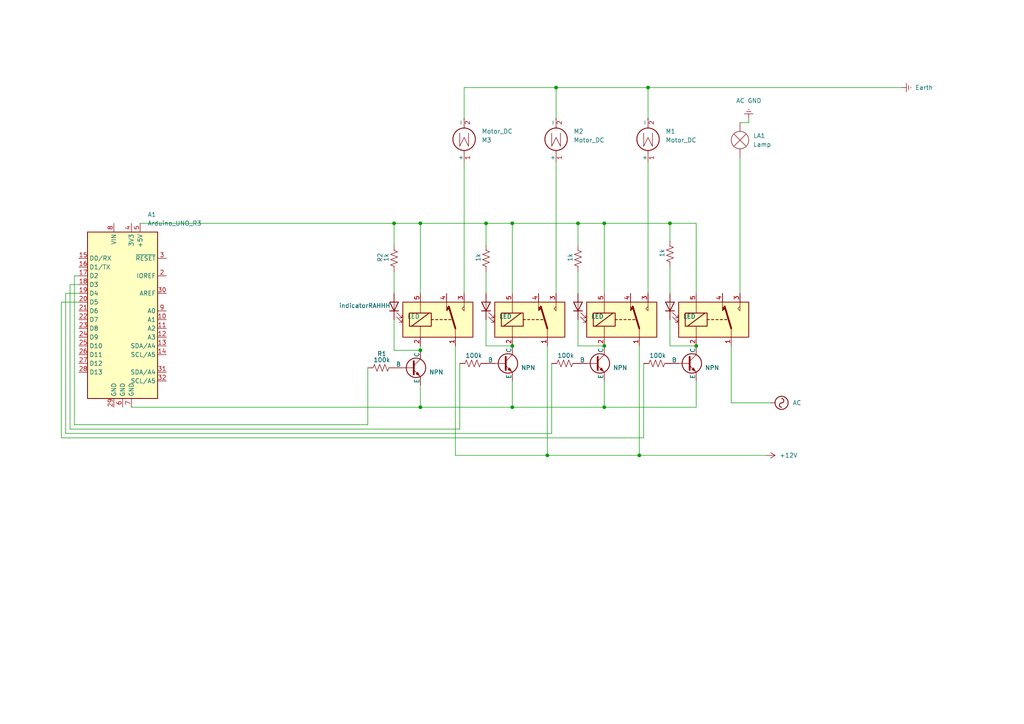
<source format=kicad_sch>
(kicad_sch
	(version 20250114)
	(generator "eeschema")
	(generator_version "9.0")
	(uuid "7e248392-21db-41d6-ac1f-b8d12b878ea0")
	(paper "A4")
	(lib_symbols
		(symbol "Device:LED"
			(pin_numbers
				(hide yes)
			)
			(pin_names
				(offset 1.016)
				(hide yes)
			)
			(exclude_from_sim no)
			(in_bom yes)
			(on_board yes)
			(property "Reference" "D"
				(at 0 2.54 0)
				(effects
					(font
						(size 1.27 1.27)
					)
				)
			)
			(property "Value" "LED"
				(at 0 -2.54 0)
				(effects
					(font
						(size 1.27 1.27)
					)
				)
			)
			(property "Footprint" ""
				(at 0 0 0)
				(effects
					(font
						(size 1.27 1.27)
					)
					(hide yes)
				)
			)
			(property "Datasheet" "~"
				(at 0 0 0)
				(effects
					(font
						(size 1.27 1.27)
					)
					(hide yes)
				)
			)
			(property "Description" "Light emitting diode"
				(at 0 0 0)
				(effects
					(font
						(size 1.27 1.27)
					)
					(hide yes)
				)
			)
			(property "Sim.Pins" "1=K 2=A"
				(at 0 0 0)
				(effects
					(font
						(size 1.27 1.27)
					)
					(hide yes)
				)
			)
			(property "ki_keywords" "LED diode"
				(at 0 0 0)
				(effects
					(font
						(size 1.27 1.27)
					)
					(hide yes)
				)
			)
			(property "ki_fp_filters" "LED* LED_SMD:* LED_THT:*"
				(at 0 0 0)
				(effects
					(font
						(size 1.27 1.27)
					)
					(hide yes)
				)
			)
			(symbol "LED_0_1"
				(polyline
					(pts
						(xy -3.048 -0.762) (xy -4.572 -2.286) (xy -3.81 -2.286) (xy -4.572 -2.286) (xy -4.572 -1.524)
					)
					(stroke
						(width 0)
						(type default)
					)
					(fill
						(type none)
					)
				)
				(polyline
					(pts
						(xy -1.778 -0.762) (xy -3.302 -2.286) (xy -2.54 -2.286) (xy -3.302 -2.286) (xy -3.302 -1.524)
					)
					(stroke
						(width 0)
						(type default)
					)
					(fill
						(type none)
					)
				)
				(polyline
					(pts
						(xy -1.27 0) (xy 1.27 0)
					)
					(stroke
						(width 0)
						(type default)
					)
					(fill
						(type none)
					)
				)
				(polyline
					(pts
						(xy -1.27 -1.27) (xy -1.27 1.27)
					)
					(stroke
						(width 0.254)
						(type default)
					)
					(fill
						(type none)
					)
				)
				(polyline
					(pts
						(xy 1.27 -1.27) (xy 1.27 1.27) (xy -1.27 0) (xy 1.27 -1.27)
					)
					(stroke
						(width 0.254)
						(type default)
					)
					(fill
						(type none)
					)
				)
			)
			(symbol "LED_1_1"
				(pin passive line
					(at -3.81 0 0)
					(length 2.54)
					(name "K"
						(effects
							(font
								(size 1.27 1.27)
							)
						)
					)
					(number "1"
						(effects
							(font
								(size 1.27 1.27)
							)
						)
					)
				)
				(pin passive line
					(at 3.81 0 180)
					(length 2.54)
					(name "A"
						(effects
							(font
								(size 1.27 1.27)
							)
						)
					)
					(number "2"
						(effects
							(font
								(size 1.27 1.27)
							)
						)
					)
				)
			)
			(embedded_fonts no)
		)
		(symbol "Device:Lamp"
			(pin_numbers
				(hide yes)
			)
			(pin_names
				(offset 0.0254)
				(hide yes)
			)
			(exclude_from_sim no)
			(in_bom yes)
			(on_board yes)
			(property "Reference" "LA"
				(at 0.635 3.81 0)
				(effects
					(font
						(size 1.27 1.27)
					)
					(justify left)
				)
			)
			(property "Value" "Lamp"
				(at 0.635 -3.81 0)
				(effects
					(font
						(size 1.27 1.27)
					)
					(justify left)
				)
			)
			(property "Footprint" ""
				(at 0 2.54 90)
				(effects
					(font
						(size 1.27 1.27)
					)
					(hide yes)
				)
			)
			(property "Datasheet" "~"
				(at 0 2.54 90)
				(effects
					(font
						(size 1.27 1.27)
					)
					(hide yes)
				)
			)
			(property "Description" "Lamp"
				(at 0 0 0)
				(effects
					(font
						(size 1.27 1.27)
					)
					(hide yes)
				)
			)
			(property "ki_keywords" "lamp"
				(at 0 0 0)
				(effects
					(font
						(size 1.27 1.27)
					)
					(hide yes)
				)
			)
			(symbol "Lamp_0_1"
				(polyline
					(pts
						(xy -1.778 1.778) (xy 1.778 -1.778)
					)
					(stroke
						(width 0)
						(type default)
					)
					(fill
						(type none)
					)
				)
				(circle
					(center 0 0)
					(radius 2.54)
					(stroke
						(width 0)
						(type default)
					)
					(fill
						(type none)
					)
				)
				(polyline
					(pts
						(xy 1.778 1.778) (xy -1.778 -1.778)
					)
					(stroke
						(width 0)
						(type default)
					)
					(fill
						(type none)
					)
				)
			)
			(symbol "Lamp_1_1"
				(pin passive line
					(at 0 5.08 270)
					(length 2.54)
					(name "+"
						(effects
							(font
								(size 1.27 1.27)
							)
						)
					)
					(number "2"
						(effects
							(font
								(size 1.27 1.27)
							)
						)
					)
				)
				(pin passive line
					(at 0 -5.08 90)
					(length 2.54)
					(name "-"
						(effects
							(font
								(size 1.27 1.27)
							)
						)
					)
					(number "1"
						(effects
							(font
								(size 1.27 1.27)
							)
						)
					)
				)
			)
			(embedded_fonts no)
		)
		(symbol "Device:R_US"
			(pin_numbers
				(hide yes)
			)
			(pin_names
				(offset 0)
			)
			(exclude_from_sim no)
			(in_bom yes)
			(on_board yes)
			(property "Reference" "R"
				(at 2.54 0 90)
				(effects
					(font
						(size 1.27 1.27)
					)
				)
			)
			(property "Value" "R_US"
				(at -2.54 0 90)
				(effects
					(font
						(size 1.27 1.27)
					)
				)
			)
			(property "Footprint" ""
				(at 1.016 -0.254 90)
				(effects
					(font
						(size 1.27 1.27)
					)
					(hide yes)
				)
			)
			(property "Datasheet" "~"
				(at 0 0 0)
				(effects
					(font
						(size 1.27 1.27)
					)
					(hide yes)
				)
			)
			(property "Description" "Resistor, US symbol"
				(at 0 0 0)
				(effects
					(font
						(size 1.27 1.27)
					)
					(hide yes)
				)
			)
			(property "ki_keywords" "R res resistor"
				(at 0 0 0)
				(effects
					(font
						(size 1.27 1.27)
					)
					(hide yes)
				)
			)
			(property "ki_fp_filters" "R_*"
				(at 0 0 0)
				(effects
					(font
						(size 1.27 1.27)
					)
					(hide yes)
				)
			)
			(symbol "R_US_0_1"
				(polyline
					(pts
						(xy 0 2.286) (xy 0 2.54)
					)
					(stroke
						(width 0)
						(type default)
					)
					(fill
						(type none)
					)
				)
				(polyline
					(pts
						(xy 0 2.286) (xy 1.016 1.905) (xy 0 1.524) (xy -1.016 1.143) (xy 0 0.762)
					)
					(stroke
						(width 0)
						(type default)
					)
					(fill
						(type none)
					)
				)
				(polyline
					(pts
						(xy 0 0.762) (xy 1.016 0.381) (xy 0 0) (xy -1.016 -0.381) (xy 0 -0.762)
					)
					(stroke
						(width 0)
						(type default)
					)
					(fill
						(type none)
					)
				)
				(polyline
					(pts
						(xy 0 -0.762) (xy 1.016 -1.143) (xy 0 -1.524) (xy -1.016 -1.905) (xy 0 -2.286)
					)
					(stroke
						(width 0)
						(type default)
					)
					(fill
						(type none)
					)
				)
				(polyline
					(pts
						(xy 0 -2.286) (xy 0 -2.54)
					)
					(stroke
						(width 0)
						(type default)
					)
					(fill
						(type none)
					)
				)
			)
			(symbol "R_US_1_1"
				(pin passive line
					(at 0 3.81 270)
					(length 1.27)
					(name "~"
						(effects
							(font
								(size 1.27 1.27)
							)
						)
					)
					(number "1"
						(effects
							(font
								(size 1.27 1.27)
							)
						)
					)
				)
				(pin passive line
					(at 0 -3.81 90)
					(length 1.27)
					(name "~"
						(effects
							(font
								(size 1.27 1.27)
							)
						)
					)
					(number "2"
						(effects
							(font
								(size 1.27 1.27)
							)
						)
					)
				)
			)
			(embedded_fonts no)
		)
		(symbol "MCU_Module:Arduino_UNO_R3"
			(exclude_from_sim no)
			(in_bom yes)
			(on_board yes)
			(property "Reference" "A"
				(at -10.16 23.495 0)
				(effects
					(font
						(size 1.27 1.27)
					)
					(justify left bottom)
				)
			)
			(property "Value" "Arduino_UNO_R3"
				(at 5.08 -26.67 0)
				(effects
					(font
						(size 1.27 1.27)
					)
					(justify left top)
				)
			)
			(property "Footprint" "Module:Arduino_UNO_R3"
				(at 0 0 0)
				(effects
					(font
						(size 1.27 1.27)
						(italic yes)
					)
					(hide yes)
				)
			)
			(property "Datasheet" "https://www.arduino.cc/en/Main/arduinoBoardUno"
				(at 0 0 0)
				(effects
					(font
						(size 1.27 1.27)
					)
					(hide yes)
				)
			)
			(property "Description" "Arduino UNO Microcontroller Module, release 3"
				(at 0 0 0)
				(effects
					(font
						(size 1.27 1.27)
					)
					(hide yes)
				)
			)
			(property "ki_keywords" "Arduino UNO R3 Microcontroller Module Atmel AVR USB"
				(at 0 0 0)
				(effects
					(font
						(size 1.27 1.27)
					)
					(hide yes)
				)
			)
			(property "ki_fp_filters" "Arduino*UNO*R3*"
				(at 0 0 0)
				(effects
					(font
						(size 1.27 1.27)
					)
					(hide yes)
				)
			)
			(symbol "Arduino_UNO_R3_0_1"
				(rectangle
					(start -10.16 22.86)
					(end 10.16 -25.4)
					(stroke
						(width 0.254)
						(type default)
					)
					(fill
						(type background)
					)
				)
			)
			(symbol "Arduino_UNO_R3_1_1"
				(pin bidirectional line
					(at -12.7 15.24 0)
					(length 2.54)
					(name "D0/RX"
						(effects
							(font
								(size 1.27 1.27)
							)
						)
					)
					(number "15"
						(effects
							(font
								(size 1.27 1.27)
							)
						)
					)
				)
				(pin bidirectional line
					(at -12.7 12.7 0)
					(length 2.54)
					(name "D1/TX"
						(effects
							(font
								(size 1.27 1.27)
							)
						)
					)
					(number "16"
						(effects
							(font
								(size 1.27 1.27)
							)
						)
					)
				)
				(pin bidirectional line
					(at -12.7 10.16 0)
					(length 2.54)
					(name "D2"
						(effects
							(font
								(size 1.27 1.27)
							)
						)
					)
					(number "17"
						(effects
							(font
								(size 1.27 1.27)
							)
						)
					)
				)
				(pin bidirectional line
					(at -12.7 7.62 0)
					(length 2.54)
					(name "D3"
						(effects
							(font
								(size 1.27 1.27)
							)
						)
					)
					(number "18"
						(effects
							(font
								(size 1.27 1.27)
							)
						)
					)
				)
				(pin bidirectional line
					(at -12.7 5.08 0)
					(length 2.54)
					(name "D4"
						(effects
							(font
								(size 1.27 1.27)
							)
						)
					)
					(number "19"
						(effects
							(font
								(size 1.27 1.27)
							)
						)
					)
				)
				(pin bidirectional line
					(at -12.7 2.54 0)
					(length 2.54)
					(name "D5"
						(effects
							(font
								(size 1.27 1.27)
							)
						)
					)
					(number "20"
						(effects
							(font
								(size 1.27 1.27)
							)
						)
					)
				)
				(pin bidirectional line
					(at -12.7 0 0)
					(length 2.54)
					(name "D6"
						(effects
							(font
								(size 1.27 1.27)
							)
						)
					)
					(number "21"
						(effects
							(font
								(size 1.27 1.27)
							)
						)
					)
				)
				(pin bidirectional line
					(at -12.7 -2.54 0)
					(length 2.54)
					(name "D7"
						(effects
							(font
								(size 1.27 1.27)
							)
						)
					)
					(number "22"
						(effects
							(font
								(size 1.27 1.27)
							)
						)
					)
				)
				(pin bidirectional line
					(at -12.7 -5.08 0)
					(length 2.54)
					(name "D8"
						(effects
							(font
								(size 1.27 1.27)
							)
						)
					)
					(number "23"
						(effects
							(font
								(size 1.27 1.27)
							)
						)
					)
				)
				(pin bidirectional line
					(at -12.7 -7.62 0)
					(length 2.54)
					(name "D9"
						(effects
							(font
								(size 1.27 1.27)
							)
						)
					)
					(number "24"
						(effects
							(font
								(size 1.27 1.27)
							)
						)
					)
				)
				(pin bidirectional line
					(at -12.7 -10.16 0)
					(length 2.54)
					(name "D10"
						(effects
							(font
								(size 1.27 1.27)
							)
						)
					)
					(number "25"
						(effects
							(font
								(size 1.27 1.27)
							)
						)
					)
				)
				(pin bidirectional line
					(at -12.7 -12.7 0)
					(length 2.54)
					(name "D11"
						(effects
							(font
								(size 1.27 1.27)
							)
						)
					)
					(number "26"
						(effects
							(font
								(size 1.27 1.27)
							)
						)
					)
				)
				(pin bidirectional line
					(at -12.7 -15.24 0)
					(length 2.54)
					(name "D12"
						(effects
							(font
								(size 1.27 1.27)
							)
						)
					)
					(number "27"
						(effects
							(font
								(size 1.27 1.27)
							)
						)
					)
				)
				(pin bidirectional line
					(at -12.7 -17.78 0)
					(length 2.54)
					(name "D13"
						(effects
							(font
								(size 1.27 1.27)
							)
						)
					)
					(number "28"
						(effects
							(font
								(size 1.27 1.27)
							)
						)
					)
				)
				(pin no_connect line
					(at -10.16 -20.32 0)
					(length 2.54)
					(hide yes)
					(name "NC"
						(effects
							(font
								(size 1.27 1.27)
							)
						)
					)
					(number "1"
						(effects
							(font
								(size 1.27 1.27)
							)
						)
					)
				)
				(pin power_in line
					(at -2.54 25.4 270)
					(length 2.54)
					(name "VIN"
						(effects
							(font
								(size 1.27 1.27)
							)
						)
					)
					(number "8"
						(effects
							(font
								(size 1.27 1.27)
							)
						)
					)
				)
				(pin power_in line
					(at -2.54 -27.94 90)
					(length 2.54)
					(name "GND"
						(effects
							(font
								(size 1.27 1.27)
							)
						)
					)
					(number "29"
						(effects
							(font
								(size 1.27 1.27)
							)
						)
					)
				)
				(pin power_in line
					(at 0 -27.94 90)
					(length 2.54)
					(name "GND"
						(effects
							(font
								(size 1.27 1.27)
							)
						)
					)
					(number "6"
						(effects
							(font
								(size 1.27 1.27)
							)
						)
					)
				)
				(pin power_out line
					(at 2.54 25.4 270)
					(length 2.54)
					(name "3V3"
						(effects
							(font
								(size 1.27 1.27)
							)
						)
					)
					(number "4"
						(effects
							(font
								(size 1.27 1.27)
							)
						)
					)
				)
				(pin power_in line
					(at 2.54 -27.94 90)
					(length 2.54)
					(name "GND"
						(effects
							(font
								(size 1.27 1.27)
							)
						)
					)
					(number "7"
						(effects
							(font
								(size 1.27 1.27)
							)
						)
					)
				)
				(pin power_out line
					(at 5.08 25.4 270)
					(length 2.54)
					(name "+5V"
						(effects
							(font
								(size 1.27 1.27)
							)
						)
					)
					(number "5"
						(effects
							(font
								(size 1.27 1.27)
							)
						)
					)
				)
				(pin input line
					(at 12.7 15.24 180)
					(length 2.54)
					(name "~{RESET}"
						(effects
							(font
								(size 1.27 1.27)
							)
						)
					)
					(number "3"
						(effects
							(font
								(size 1.27 1.27)
							)
						)
					)
				)
				(pin output line
					(at 12.7 10.16 180)
					(length 2.54)
					(name "IOREF"
						(effects
							(font
								(size 1.27 1.27)
							)
						)
					)
					(number "2"
						(effects
							(font
								(size 1.27 1.27)
							)
						)
					)
				)
				(pin input line
					(at 12.7 5.08 180)
					(length 2.54)
					(name "AREF"
						(effects
							(font
								(size 1.27 1.27)
							)
						)
					)
					(number "30"
						(effects
							(font
								(size 1.27 1.27)
							)
						)
					)
				)
				(pin bidirectional line
					(at 12.7 0 180)
					(length 2.54)
					(name "A0"
						(effects
							(font
								(size 1.27 1.27)
							)
						)
					)
					(number "9"
						(effects
							(font
								(size 1.27 1.27)
							)
						)
					)
				)
				(pin bidirectional line
					(at 12.7 -2.54 180)
					(length 2.54)
					(name "A1"
						(effects
							(font
								(size 1.27 1.27)
							)
						)
					)
					(number "10"
						(effects
							(font
								(size 1.27 1.27)
							)
						)
					)
				)
				(pin bidirectional line
					(at 12.7 -5.08 180)
					(length 2.54)
					(name "A2"
						(effects
							(font
								(size 1.27 1.27)
							)
						)
					)
					(number "11"
						(effects
							(font
								(size 1.27 1.27)
							)
						)
					)
				)
				(pin bidirectional line
					(at 12.7 -7.62 180)
					(length 2.54)
					(name "A3"
						(effects
							(font
								(size 1.27 1.27)
							)
						)
					)
					(number "12"
						(effects
							(font
								(size 1.27 1.27)
							)
						)
					)
				)
				(pin bidirectional line
					(at 12.7 -10.16 180)
					(length 2.54)
					(name "SDA/A4"
						(effects
							(font
								(size 1.27 1.27)
							)
						)
					)
					(number "13"
						(effects
							(font
								(size 1.27 1.27)
							)
						)
					)
				)
				(pin bidirectional line
					(at 12.7 -12.7 180)
					(length 2.54)
					(name "SCL/A5"
						(effects
							(font
								(size 1.27 1.27)
							)
						)
					)
					(number "14"
						(effects
							(font
								(size 1.27 1.27)
							)
						)
					)
				)
				(pin bidirectional line
					(at 12.7 -17.78 180)
					(length 2.54)
					(name "SDA/A4"
						(effects
							(font
								(size 1.27 1.27)
							)
						)
					)
					(number "31"
						(effects
							(font
								(size 1.27 1.27)
							)
						)
					)
				)
				(pin bidirectional line
					(at 12.7 -20.32 180)
					(length 2.54)
					(name "SCL/A5"
						(effects
							(font
								(size 1.27 1.27)
							)
						)
					)
					(number "32"
						(effects
							(font
								(size 1.27 1.27)
							)
						)
					)
				)
			)
			(embedded_fonts no)
		)
		(symbol "Motor:Motor_DC"
			(pin_names
				(offset 0)
			)
			(exclude_from_sim no)
			(in_bom yes)
			(on_board yes)
			(property "Reference" "M"
				(at 2.54 2.54 0)
				(effects
					(font
						(size 1.27 1.27)
					)
					(justify left)
				)
			)
			(property "Value" "Motor_DC"
				(at 2.54 -5.08 0)
				(effects
					(font
						(size 1.27 1.27)
					)
					(justify left top)
				)
			)
			(property "Footprint" ""
				(at 0 -2.286 0)
				(effects
					(font
						(size 1.27 1.27)
					)
					(hide yes)
				)
			)
			(property "Datasheet" "~"
				(at 0 -2.286 0)
				(effects
					(font
						(size 1.27 1.27)
					)
					(hide yes)
				)
			)
			(property "Description" "DC Motor"
				(at 0 0 0)
				(effects
					(font
						(size 1.27 1.27)
					)
					(hide yes)
				)
			)
			(property "ki_keywords" "DC Motor"
				(at 0 0 0)
				(effects
					(font
						(size 1.27 1.27)
					)
					(hide yes)
				)
			)
			(property "ki_fp_filters" "PinHeader*P2.54mm* TerminalBlock*"
				(at 0 0 0)
				(effects
					(font
						(size 1.27 1.27)
					)
					(hide yes)
				)
			)
			(symbol "Motor_DC_0_0"
				(polyline
					(pts
						(xy -1.27 -3.302) (xy -1.27 0.508) (xy 0 -2.032) (xy 1.27 0.508) (xy 1.27 -3.302)
					)
					(stroke
						(width 0)
						(type default)
					)
					(fill
						(type none)
					)
				)
			)
			(symbol "Motor_DC_0_1"
				(polyline
					(pts
						(xy 0 2.032) (xy 0 2.54)
					)
					(stroke
						(width 0)
						(type default)
					)
					(fill
						(type none)
					)
				)
				(polyline
					(pts
						(xy 0 1.7272) (xy 0 2.0828)
					)
					(stroke
						(width 0)
						(type default)
					)
					(fill
						(type none)
					)
				)
				(circle
					(center 0 -1.524)
					(radius 3.2512)
					(stroke
						(width 0.254)
						(type default)
					)
					(fill
						(type none)
					)
				)
				(polyline
					(pts
						(xy 0 -4.7752) (xy 0 -5.1816)
					)
					(stroke
						(width 0)
						(type default)
					)
					(fill
						(type none)
					)
				)
				(polyline
					(pts
						(xy 0 -7.62) (xy 0 -7.112)
					)
					(stroke
						(width 0)
						(type default)
					)
					(fill
						(type none)
					)
				)
			)
			(symbol "Motor_DC_1_1"
				(pin passive line
					(at 0 5.08 270)
					(length 2.54)
					(name "+"
						(effects
							(font
								(size 1.27 1.27)
							)
						)
					)
					(number "1"
						(effects
							(font
								(size 1.27 1.27)
							)
						)
					)
				)
				(pin passive line
					(at 0 -7.62 90)
					(length 2.54)
					(name "-"
						(effects
							(font
								(size 1.27 1.27)
							)
						)
					)
					(number "2"
						(effects
							(font
								(size 1.27 1.27)
							)
						)
					)
				)
			)
			(embedded_fonts no)
		)
		(symbol "Relay:SANYOU_SRD_Form_C"
			(exclude_from_sim no)
			(in_bom yes)
			(on_board yes)
			(property "Reference" "K"
				(at 11.43 3.81 0)
				(effects
					(font
						(size 1.27 1.27)
					)
					(justify left)
				)
			)
			(property "Value" "SANYOU_SRD_Form_C"
				(at 11.43 1.27 0)
				(effects
					(font
						(size 1.27 1.27)
					)
					(justify left)
				)
			)
			(property "Footprint" "Relay_THT:Relay_SPDT_SANYOU_SRD_Series_Form_C"
				(at 11.43 -1.27 0)
				(effects
					(font
						(size 1.27 1.27)
					)
					(justify left)
					(hide yes)
				)
			)
			(property "Datasheet" "http://www.sanyourelay.ca/public/products/pdf/SRD.pdf"
				(at 0 0 0)
				(effects
					(font
						(size 1.27 1.27)
					)
					(hide yes)
				)
			)
			(property "Description" "Sanyo SRD relay, Single Pole Miniature Power Relay,"
				(at 0 0 0)
				(effects
					(font
						(size 1.27 1.27)
					)
					(hide yes)
				)
			)
			(property "ki_keywords" "Single Pole Relay SPDT"
				(at 0 0 0)
				(effects
					(font
						(size 1.27 1.27)
					)
					(hide yes)
				)
			)
			(property "ki_fp_filters" "Relay*SPDT*SANYOU*SRD*Series*Form*C*"
				(at 0 0 0)
				(effects
					(font
						(size 1.27 1.27)
					)
					(hide yes)
				)
			)
			(symbol "SANYOU_SRD_Form_C_0_0"
				(polyline
					(pts
						(xy 7.62 5.08) (xy 7.62 2.54) (xy 6.985 3.175) (xy 7.62 3.81)
					)
					(stroke
						(width 0)
						(type default)
					)
					(fill
						(type none)
					)
				)
			)
			(symbol "SANYOU_SRD_Form_C_0_1"
				(rectangle
					(start -10.16 5.08)
					(end 10.16 -5.08)
					(stroke
						(width 0.254)
						(type default)
					)
					(fill
						(type background)
					)
				)
				(rectangle
					(start -8.255 1.905)
					(end -1.905 -1.905)
					(stroke
						(width 0.254)
						(type default)
					)
					(fill
						(type none)
					)
				)
				(polyline
					(pts
						(xy -7.62 -1.905) (xy -2.54 1.905)
					)
					(stroke
						(width 0.254)
						(type default)
					)
					(fill
						(type none)
					)
				)
				(polyline
					(pts
						(xy -5.08 5.08) (xy -5.08 1.905)
					)
					(stroke
						(width 0)
						(type default)
					)
					(fill
						(type none)
					)
				)
				(polyline
					(pts
						(xy -5.08 -5.08) (xy -5.08 -1.905)
					)
					(stroke
						(width 0)
						(type default)
					)
					(fill
						(type none)
					)
				)
				(polyline
					(pts
						(xy -1.905 0) (xy -1.27 0)
					)
					(stroke
						(width 0.254)
						(type default)
					)
					(fill
						(type none)
					)
				)
				(polyline
					(pts
						(xy -0.635 0) (xy 0 0)
					)
					(stroke
						(width 0.254)
						(type default)
					)
					(fill
						(type none)
					)
				)
				(polyline
					(pts
						(xy 0.635 0) (xy 1.27 0)
					)
					(stroke
						(width 0.254)
						(type default)
					)
					(fill
						(type none)
					)
				)
				(polyline
					(pts
						(xy 1.905 0) (xy 2.54 0)
					)
					(stroke
						(width 0.254)
						(type default)
					)
					(fill
						(type none)
					)
				)
				(polyline
					(pts
						(xy 3.175 0) (xy 3.81 0)
					)
					(stroke
						(width 0.254)
						(type default)
					)
					(fill
						(type none)
					)
				)
				(polyline
					(pts
						(xy 5.08 -2.54) (xy 3.175 3.81)
					)
					(stroke
						(width 0.508)
						(type default)
					)
					(fill
						(type none)
					)
				)
				(polyline
					(pts
						(xy 5.08 -2.54) (xy 5.08 -5.08)
					)
					(stroke
						(width 0)
						(type default)
					)
					(fill
						(type none)
					)
				)
			)
			(symbol "SANYOU_SRD_Form_C_1_1"
				(polyline
					(pts
						(xy 2.54 3.81) (xy 3.175 3.175) (xy 2.54 2.54) (xy 2.54 5.08)
					)
					(stroke
						(width 0)
						(type default)
					)
					(fill
						(type outline)
					)
				)
				(pin passive line
					(at -5.08 7.62 270)
					(length 2.54)
					(name "~"
						(effects
							(font
								(size 1.27 1.27)
							)
						)
					)
					(number "5"
						(effects
							(font
								(size 1.27 1.27)
							)
						)
					)
				)
				(pin passive line
					(at -5.08 -7.62 90)
					(length 2.54)
					(name "~"
						(effects
							(font
								(size 1.27 1.27)
							)
						)
					)
					(number "2"
						(effects
							(font
								(size 1.27 1.27)
							)
						)
					)
				)
				(pin passive line
					(at 2.54 7.62 270)
					(length 2.54)
					(name "~"
						(effects
							(font
								(size 1.27 1.27)
							)
						)
					)
					(number "4"
						(effects
							(font
								(size 1.27 1.27)
							)
						)
					)
				)
				(pin passive line
					(at 5.08 -7.62 90)
					(length 2.54)
					(name "~"
						(effects
							(font
								(size 1.27 1.27)
							)
						)
					)
					(number "1"
						(effects
							(font
								(size 1.27 1.27)
							)
						)
					)
				)
				(pin passive line
					(at 7.62 7.62 270)
					(length 2.54)
					(name "~"
						(effects
							(font
								(size 1.27 1.27)
							)
						)
					)
					(number "3"
						(effects
							(font
								(size 1.27 1.27)
							)
						)
					)
				)
			)
			(embedded_fonts no)
		)
		(symbol "Simulation_SPICE:NPN"
			(pin_numbers
				(hide yes)
			)
			(pin_names
				(offset 0)
			)
			(exclude_from_sim no)
			(in_bom yes)
			(on_board yes)
			(property "Reference" "Q"
				(at -2.54 7.62 0)
				(effects
					(font
						(size 1.27 1.27)
					)
				)
			)
			(property "Value" "NPN"
				(at -2.54 5.08 0)
				(effects
					(font
						(size 1.27 1.27)
					)
				)
			)
			(property "Footprint" ""
				(at 63.5 0 0)
				(effects
					(font
						(size 1.27 1.27)
					)
					(hide yes)
				)
			)
			(property "Datasheet" "https://ngspice.sourceforge.io/docs/ngspice-html-manual/manual.xhtml#cha_BJTs"
				(at 63.5 0 0)
				(effects
					(font
						(size 1.27 1.27)
					)
					(hide yes)
				)
			)
			(property "Description" "Bipolar transistor symbol for simulation only, substrate tied to the emitter"
				(at 0 0 0)
				(effects
					(font
						(size 1.27 1.27)
					)
					(hide yes)
				)
			)
			(property "Sim.Device" "NPN"
				(at 0 0 0)
				(effects
					(font
						(size 1.27 1.27)
					)
					(hide yes)
				)
			)
			(property "Sim.Type" "GUMMELPOON"
				(at 0 0 0)
				(effects
					(font
						(size 1.27 1.27)
					)
					(hide yes)
				)
			)
			(property "Sim.Pins" "1=C 2=B 3=E"
				(at 0 0 0)
				(effects
					(font
						(size 1.27 1.27)
					)
					(hide yes)
				)
			)
			(property "ki_keywords" "simulation"
				(at 0 0 0)
				(effects
					(font
						(size 1.27 1.27)
					)
					(hide yes)
				)
			)
			(symbol "NPN_0_1"
				(polyline
					(pts
						(xy -2.54 0) (xy 0.635 0)
					)
					(stroke
						(width 0.1524)
						(type default)
					)
					(fill
						(type none)
					)
				)
				(polyline
					(pts
						(xy 0.635 1.905) (xy 0.635 -1.905) (xy 0.635 -1.905)
					)
					(stroke
						(width 0.508)
						(type default)
					)
					(fill
						(type none)
					)
				)
				(polyline
					(pts
						(xy 0.635 0.635) (xy 2.54 2.54)
					)
					(stroke
						(width 0)
						(type default)
					)
					(fill
						(type none)
					)
				)
				(polyline
					(pts
						(xy 0.635 -0.635) (xy 2.54 -2.54) (xy 2.54 -2.54)
					)
					(stroke
						(width 0)
						(type default)
					)
					(fill
						(type none)
					)
				)
				(circle
					(center 1.27 0)
					(radius 2.8194)
					(stroke
						(width 0.254)
						(type default)
					)
					(fill
						(type none)
					)
				)
				(polyline
					(pts
						(xy 1.27 -1.778) (xy 1.778 -1.27) (xy 2.286 -2.286) (xy 1.27 -1.778) (xy 1.27 -1.778)
					)
					(stroke
						(width 0)
						(type default)
					)
					(fill
						(type outline)
					)
				)
				(polyline
					(pts
						(xy 2.794 -1.27) (xy 2.794 -1.27)
					)
					(stroke
						(width 0.1524)
						(type default)
					)
					(fill
						(type none)
					)
				)
				(polyline
					(pts
						(xy 2.794 -1.27) (xy 2.794 -1.27)
					)
					(stroke
						(width 0.1524)
						(type default)
					)
					(fill
						(type none)
					)
				)
			)
			(symbol "NPN_1_1"
				(pin input line
					(at -5.08 0 0)
					(length 2.54)
					(name "B"
						(effects
							(font
								(size 1.27 1.27)
							)
						)
					)
					(number "2"
						(effects
							(font
								(size 1.27 1.27)
							)
						)
					)
				)
				(pin open_collector line
					(at 2.54 5.08 270)
					(length 2.54)
					(name "C"
						(effects
							(font
								(size 1.27 1.27)
							)
						)
					)
					(number "1"
						(effects
							(font
								(size 1.27 1.27)
							)
						)
					)
				)
				(pin open_emitter line
					(at 2.54 -5.08 90)
					(length 2.54)
					(name "E"
						(effects
							(font
								(size 1.27 1.27)
							)
						)
					)
					(number "3"
						(effects
							(font
								(size 1.27 1.27)
							)
						)
					)
				)
			)
			(embedded_fonts no)
		)
		(symbol "power:+12V"
			(power)
			(pin_numbers
				(hide yes)
			)
			(pin_names
				(offset 0)
				(hide yes)
			)
			(exclude_from_sim no)
			(in_bom yes)
			(on_board yes)
			(property "Reference" "#PWR"
				(at 0 -3.81 0)
				(effects
					(font
						(size 1.27 1.27)
					)
					(hide yes)
				)
			)
			(property "Value" "+12V"
				(at 0 3.556 0)
				(effects
					(font
						(size 1.27 1.27)
					)
				)
			)
			(property "Footprint" ""
				(at 0 0 0)
				(effects
					(font
						(size 1.27 1.27)
					)
					(hide yes)
				)
			)
			(property "Datasheet" ""
				(at 0 0 0)
				(effects
					(font
						(size 1.27 1.27)
					)
					(hide yes)
				)
			)
			(property "Description" "Power symbol creates a global label with name \"+12V\""
				(at 0 0 0)
				(effects
					(font
						(size 1.27 1.27)
					)
					(hide yes)
				)
			)
			(property "ki_keywords" "global power"
				(at 0 0 0)
				(effects
					(font
						(size 1.27 1.27)
					)
					(hide yes)
				)
			)
			(symbol "+12V_0_1"
				(polyline
					(pts
						(xy -0.762 1.27) (xy 0 2.54)
					)
					(stroke
						(width 0)
						(type default)
					)
					(fill
						(type none)
					)
				)
				(polyline
					(pts
						(xy 0 2.54) (xy 0.762 1.27)
					)
					(stroke
						(width 0)
						(type default)
					)
					(fill
						(type none)
					)
				)
				(polyline
					(pts
						(xy 0 0) (xy 0 2.54)
					)
					(stroke
						(width 0)
						(type default)
					)
					(fill
						(type none)
					)
				)
			)
			(symbol "+12V_1_1"
				(pin power_in line
					(at 0 0 90)
					(length 0)
					(name "~"
						(effects
							(font
								(size 1.27 1.27)
							)
						)
					)
					(number "1"
						(effects
							(font
								(size 1.27 1.27)
							)
						)
					)
				)
			)
			(embedded_fonts no)
		)
		(symbol "power:AC"
			(power)
			(pin_numbers
				(hide yes)
			)
			(pin_names
				(offset 0)
				(hide yes)
			)
			(exclude_from_sim no)
			(in_bom yes)
			(on_board yes)
			(property "Reference" "#PWR"
				(at 0 -2.54 0)
				(effects
					(font
						(size 1.27 1.27)
					)
					(hide yes)
				)
			)
			(property "Value" "AC"
				(at 0 6.35 0)
				(effects
					(font
						(size 1.27 1.27)
					)
				)
			)
			(property "Footprint" ""
				(at 0 0 0)
				(effects
					(font
						(size 1.27 1.27)
					)
					(hide yes)
				)
			)
			(property "Datasheet" ""
				(at 0 0 0)
				(effects
					(font
						(size 1.27 1.27)
					)
					(hide yes)
				)
			)
			(property "Description" "Power symbol creates a global label with name \"AC\""
				(at 0 0 0)
				(effects
					(font
						(size 1.27 1.27)
					)
					(hide yes)
				)
			)
			(property "ki_keywords" "global power"
				(at 0 0 0)
				(effects
					(font
						(size 1.27 1.27)
					)
					(hide yes)
				)
			)
			(symbol "AC_0_1"
				(arc
					(start -1.27 3.175)
					(mid -0.635 3.8073)
					(end 0 3.175)
					(stroke
						(width 0.254)
						(type default)
					)
					(fill
						(type none)
					)
				)
				(circle
					(center 0 3.175)
					(radius 1.905)
					(stroke
						(width 0.254)
						(type default)
					)
					(fill
						(type none)
					)
				)
				(polyline
					(pts
						(xy 0 0) (xy 0 1.27)
					)
					(stroke
						(width 0)
						(type default)
					)
					(fill
						(type none)
					)
				)
				(arc
					(start 1.27 3.175)
					(mid 0.635 2.5427)
					(end 0 3.175)
					(stroke
						(width 0.254)
						(type default)
					)
					(fill
						(type none)
					)
				)
			)
			(symbol "AC_1_1"
				(pin power_in line
					(at 0 0 90)
					(length 0)
					(name "~"
						(effects
							(font
								(size 1.27 1.27)
							)
						)
					)
					(number "1"
						(effects
							(font
								(size 1.27 1.27)
							)
						)
					)
				)
			)
			(embedded_fonts no)
		)
		(symbol "power:Earth"
			(power)
			(pin_numbers
				(hide yes)
			)
			(pin_names
				(offset 0)
				(hide yes)
			)
			(exclude_from_sim no)
			(in_bom yes)
			(on_board yes)
			(property "Reference" "#PWR"
				(at 0 -6.35 0)
				(effects
					(font
						(size 1.27 1.27)
					)
					(hide yes)
				)
			)
			(property "Value" "Earth"
				(at 0 -3.81 0)
				(effects
					(font
						(size 1.27 1.27)
					)
				)
			)
			(property "Footprint" ""
				(at 0 0 0)
				(effects
					(font
						(size 1.27 1.27)
					)
					(hide yes)
				)
			)
			(property "Datasheet" "~"
				(at 0 0 0)
				(effects
					(font
						(size 1.27 1.27)
					)
					(hide yes)
				)
			)
			(property "Description" "Power symbol creates a global label with name \"Earth\""
				(at 0 0 0)
				(effects
					(font
						(size 1.27 1.27)
					)
					(hide yes)
				)
			)
			(property "ki_keywords" "global ground gnd"
				(at 0 0 0)
				(effects
					(font
						(size 1.27 1.27)
					)
					(hide yes)
				)
			)
			(symbol "Earth_0_1"
				(polyline
					(pts
						(xy -0.635 -1.905) (xy 0.635 -1.905)
					)
					(stroke
						(width 0)
						(type default)
					)
					(fill
						(type none)
					)
				)
				(polyline
					(pts
						(xy -0.127 -2.54) (xy 0.127 -2.54)
					)
					(stroke
						(width 0)
						(type default)
					)
					(fill
						(type none)
					)
				)
				(polyline
					(pts
						(xy 0 -1.27) (xy 0 0)
					)
					(stroke
						(width 0)
						(type default)
					)
					(fill
						(type none)
					)
				)
				(polyline
					(pts
						(xy 1.27 -1.27) (xy -1.27 -1.27)
					)
					(stroke
						(width 0)
						(type default)
					)
					(fill
						(type none)
					)
				)
			)
			(symbol "Earth_1_1"
				(pin power_in line
					(at 0 0 270)
					(length 0)
					(name "~"
						(effects
							(font
								(size 1.27 1.27)
							)
						)
					)
					(number "1"
						(effects
							(font
								(size 1.27 1.27)
							)
						)
					)
				)
			)
			(embedded_fonts no)
		)
	)
	(junction
		(at 121.92 64.77)
		(diameter 0)
		(color 0 0 0 0)
		(uuid "08ea03ea-92a1-482b-8056-f3f4e3a19276")
	)
	(junction
		(at 175.26 100.33)
		(diameter 0)
		(color 0 0 0 0)
		(uuid "1cf9b7de-a12d-4de1-9250-8b6f91ca7093")
	)
	(junction
		(at 201.93 100.33)
		(diameter 0)
		(color 0 0 0 0)
		(uuid "1d4f4810-36d4-4a06-9ef1-3fe8f40f33f1")
	)
	(junction
		(at 121.92 101.6)
		(diameter 0)
		(color 0 0 0 0)
		(uuid "400300ab-0935-4233-84c6-115c123f15ff")
	)
	(junction
		(at 194.31 64.77)
		(diameter 0)
		(color 0 0 0 0)
		(uuid "4400afad-4040-4fea-a153-5ad87e483624")
	)
	(junction
		(at 148.59 64.77)
		(diameter 0)
		(color 0 0 0 0)
		(uuid "604c2f9e-4f8b-4da9-b1f7-2aed6af9c8ed")
	)
	(junction
		(at 167.64 64.77)
		(diameter 0)
		(color 0 0 0 0)
		(uuid "6ba8fdbe-9f8a-47c8-9282-d7f74f315b9e")
	)
	(junction
		(at 158.75 132.08)
		(diameter 0)
		(color 0 0 0 0)
		(uuid "968847fb-cb74-4aa6-afaa-85ef614ec8a8")
	)
	(junction
		(at 114.3 64.77)
		(diameter 0)
		(color 0 0 0 0)
		(uuid "9cc08e53-009a-43f0-8f9a-fd8c154e6770")
	)
	(junction
		(at 161.29 25.4)
		(diameter 0)
		(color 0 0 0 0)
		(uuid "a4a6c564-83a9-419d-a956-df3009111a8c")
	)
	(junction
		(at 175.26 64.77)
		(diameter 0)
		(color 0 0 0 0)
		(uuid "b101f291-af41-4503-a179-2e6a18c41bce")
	)
	(junction
		(at 185.42 132.08)
		(diameter 0)
		(color 0 0 0 0)
		(uuid "b4c6e721-69ef-4c6b-9c96-1c98b1d4656c")
	)
	(junction
		(at 187.96 25.4)
		(diameter 0)
		(color 0 0 0 0)
		(uuid "b9a97c4a-00ec-4cee-a144-b0571c582356")
	)
	(junction
		(at 140.97 64.77)
		(diameter 0)
		(color 0 0 0 0)
		(uuid "ce03bb5e-af2d-45e2-a916-9a0961cdd6e5")
	)
	(junction
		(at 121.92 118.11)
		(diameter 0)
		(color 0 0 0 0)
		(uuid "df9122e3-67b7-4f85-bc8e-96e80f1f0357")
	)
	(junction
		(at 148.59 100.33)
		(diameter 0)
		(color 0 0 0 0)
		(uuid "eeded2b9-d387-4513-87ea-8705b2e149bd")
	)
	(junction
		(at 175.26 118.11)
		(diameter 0)
		(color 0 0 0 0)
		(uuid "fa30a9f5-1d11-417c-9e78-ee6fb7f8dd5c")
	)
	(junction
		(at 148.59 118.11)
		(diameter 0)
		(color 0 0 0 0)
		(uuid "fcc88b7e-9468-4610-bef9-24657524e0f6")
	)
	(wire
		(pts
			(xy 194.31 100.33) (xy 201.93 100.33)
		)
		(stroke
			(width 0)
			(type default)
		)
		(uuid "09336c18-8b54-4fc3-8d70-78554d5a4a5a")
	)
	(wire
		(pts
			(xy 140.97 64.77) (xy 148.59 64.77)
		)
		(stroke
			(width 0)
			(type default)
		)
		(uuid "0bfa7f0b-1f22-407d-9ee4-46192f09cb61")
	)
	(wire
		(pts
			(xy 106.68 106.68) (xy 106.68 123.19)
		)
		(stroke
			(width 0)
			(type default)
		)
		(uuid "11b5a9f0-858f-4863-8e8c-86594976284c")
	)
	(wire
		(pts
			(xy 167.64 64.77) (xy 175.26 64.77)
		)
		(stroke
			(width 0)
			(type default)
		)
		(uuid "15021bb8-15ee-4a50-9e25-4b776f85ea1a")
	)
	(wire
		(pts
			(xy 186.69 105.41) (xy 186.69 127)
		)
		(stroke
			(width 0)
			(type default)
		)
		(uuid "16744aa5-2b9f-4ab8-92b9-f1c795f5b655")
	)
	(wire
		(pts
			(xy 167.64 92.71) (xy 167.64 100.33)
		)
		(stroke
			(width 0)
			(type default)
		)
		(uuid "18b949b0-b499-4b85-a3e2-56fbc79f6ac9")
	)
	(wire
		(pts
			(xy 20.32 124.46) (xy 133.35 124.46)
		)
		(stroke
			(width 0)
			(type default)
		)
		(uuid "1a56508f-221a-45d6-924c-3081a72d825d")
	)
	(wire
		(pts
			(xy 133.35 124.46) (xy 133.35 105.41)
		)
		(stroke
			(width 0)
			(type default)
		)
		(uuid "1ae69c81-bd48-4785-8785-4454d8dd247a")
	)
	(wire
		(pts
			(xy 194.31 77.47) (xy 194.31 85.09)
		)
		(stroke
			(width 0)
			(type default)
		)
		(uuid "1d52be52-1bfb-42c9-b865-4d48c0696834")
	)
	(wire
		(pts
			(xy 148.59 118.11) (xy 121.92 118.11)
		)
		(stroke
			(width 0)
			(type default)
		)
		(uuid "2183fc4c-6cec-45b8-98df-db8b4223bfd8")
	)
	(wire
		(pts
			(xy 21.59 123.19) (xy 21.59 80.01)
		)
		(stroke
			(width 0)
			(type default)
		)
		(uuid "2655868e-c8fd-4dc0-a97d-fd1cd10ebdaf")
	)
	(wire
		(pts
			(xy 217.17 34.29) (xy 217.17 35.56)
		)
		(stroke
			(width 0)
			(type default)
		)
		(uuid "28f88cd9-5f5f-4ec4-a875-c51be350bcad")
	)
	(wire
		(pts
			(xy 40.64 64.77) (xy 114.3 64.77)
		)
		(stroke
			(width 0)
			(type default)
		)
		(uuid "29fbf5b0-93d1-4137-8418-55d5d550952d")
	)
	(wire
		(pts
			(xy 175.26 118.11) (xy 148.59 118.11)
		)
		(stroke
			(width 0)
			(type default)
		)
		(uuid "2d974368-9742-48a4-9edd-6c1f9a0f79d9")
	)
	(wire
		(pts
			(xy 148.59 64.77) (xy 167.64 64.77)
		)
		(stroke
			(width 0)
			(type default)
		)
		(uuid "31c8983f-ec7d-4b11-9aee-2564c3f44478")
	)
	(wire
		(pts
			(xy 114.3 101.6) (xy 121.92 101.6)
		)
		(stroke
			(width 0)
			(type default)
		)
		(uuid "32018b96-71f6-4fea-a2bd-43566c16b997")
	)
	(wire
		(pts
			(xy 22.86 82.55) (xy 20.32 82.55)
		)
		(stroke
			(width 0)
			(type default)
		)
		(uuid "34d60367-7db2-4fb5-9fd3-72623b45f1f0")
	)
	(wire
		(pts
			(xy 194.31 64.77) (xy 194.31 69.85)
		)
		(stroke
			(width 0)
			(type default)
		)
		(uuid "361f7cf1-c401-4864-a287-cb5d1be4a7d9")
	)
	(wire
		(pts
			(xy 20.32 82.55) (xy 20.32 124.46)
		)
		(stroke
			(width 0)
			(type default)
		)
		(uuid "39daa3ca-3fec-4b19-bb2d-e0a8576f8ea1")
	)
	(wire
		(pts
			(xy 121.92 101.6) (xy 121.92 100.33)
		)
		(stroke
			(width 0)
			(type default)
		)
		(uuid "3f0e8594-6e03-461d-9f4f-ec9f5124538b")
	)
	(wire
		(pts
			(xy 167.64 64.77) (xy 167.64 71.12)
		)
		(stroke
			(width 0)
			(type default)
		)
		(uuid "47863a40-430e-417a-97ab-42f9a309ef4a")
	)
	(wire
		(pts
			(xy 185.42 132.08) (xy 222.25 132.08)
		)
		(stroke
			(width 0)
			(type default)
		)
		(uuid "48cff844-0752-49bd-bfe9-4d795615ece6")
	)
	(wire
		(pts
			(xy 187.96 25.4) (xy 261.62 25.4)
		)
		(stroke
			(width 0)
			(type default)
		)
		(uuid "4a456fa1-550d-43fb-9a60-29dba01e0e8d")
	)
	(wire
		(pts
			(xy 148.59 85.09) (xy 148.59 64.77)
		)
		(stroke
			(width 0)
			(type default)
		)
		(uuid "526b50a3-d816-4668-a725-7d28abffe363")
	)
	(wire
		(pts
			(xy 161.29 46.99) (xy 161.29 85.09)
		)
		(stroke
			(width 0)
			(type default)
		)
		(uuid "52fd8ebf-f539-4b31-86e3-420dc910de48")
	)
	(wire
		(pts
			(xy 187.96 34.29) (xy 187.96 25.4)
		)
		(stroke
			(width 0)
			(type default)
		)
		(uuid "5c4a9951-cc7b-4ef5-9170-1f45130fb5c7")
	)
	(wire
		(pts
			(xy 161.29 25.4) (xy 187.96 25.4)
		)
		(stroke
			(width 0)
			(type default)
		)
		(uuid "5e5e0bc3-d060-41d2-a910-11c5c080808f")
	)
	(wire
		(pts
			(xy 121.92 118.11) (xy 121.92 111.76)
		)
		(stroke
			(width 0)
			(type default)
		)
		(uuid "60cda86e-5f69-4c00-b7d5-5bcd612e7018")
	)
	(wire
		(pts
			(xy 212.09 116.84) (xy 212.09 100.33)
		)
		(stroke
			(width 0)
			(type default)
		)
		(uuid "62d23d4f-cb69-430e-83cd-f37b68b75d9a")
	)
	(wire
		(pts
			(xy 134.62 25.4) (xy 134.62 34.29)
		)
		(stroke
			(width 0)
			(type default)
		)
		(uuid "63a0a565-7e6f-4957-b3dc-1abd2330932d")
	)
	(wire
		(pts
			(xy 140.97 100.33) (xy 148.59 100.33)
		)
		(stroke
			(width 0)
			(type default)
		)
		(uuid "64f08e23-55f0-4950-b978-5872a2c34b09")
	)
	(wire
		(pts
			(xy 158.75 132.08) (xy 132.08 132.08)
		)
		(stroke
			(width 0)
			(type default)
		)
		(uuid "664907ce-7f32-4a85-bd74-7e93bf3646dd")
	)
	(wire
		(pts
			(xy 106.68 123.19) (xy 21.59 123.19)
		)
		(stroke
			(width 0)
			(type default)
		)
		(uuid "693edb09-8af9-46e1-95cf-d9ca81254eb7")
	)
	(wire
		(pts
			(xy 167.64 78.74) (xy 167.64 85.09)
		)
		(stroke
			(width 0)
			(type default)
		)
		(uuid "69cd47dd-1fa3-46bc-a1b4-138424caeb0d")
	)
	(wire
		(pts
			(xy 167.64 100.33) (xy 175.26 100.33)
		)
		(stroke
			(width 0)
			(type default)
		)
		(uuid "70b8da59-054b-47c3-805f-78795d5ba3d9")
	)
	(wire
		(pts
			(xy 201.93 85.09) (xy 201.93 64.77)
		)
		(stroke
			(width 0)
			(type default)
		)
		(uuid "712f717e-ef9f-4feb-947d-5ede51312b3b")
	)
	(wire
		(pts
			(xy 114.3 64.77) (xy 121.92 64.77)
		)
		(stroke
			(width 0)
			(type default)
		)
		(uuid "73630e99-c089-402c-bb40-96d2bc330939")
	)
	(wire
		(pts
			(xy 217.17 35.56) (xy 214.63 35.56)
		)
		(stroke
			(width 0)
			(type default)
		)
		(uuid "74c15c87-52c4-43ce-9b9f-6903302f7d01")
	)
	(wire
		(pts
			(xy 21.59 80.01) (xy 22.86 80.01)
		)
		(stroke
			(width 0)
			(type default)
		)
		(uuid "7531f054-bd59-457e-abb8-f1357b3128a4")
	)
	(wire
		(pts
			(xy 194.31 64.77) (xy 201.93 64.77)
		)
		(stroke
			(width 0)
			(type default)
		)
		(uuid "78e2b01c-770f-4722-97b0-6e8174208ca7")
	)
	(wire
		(pts
			(xy 185.42 132.08) (xy 158.75 132.08)
		)
		(stroke
			(width 0)
			(type default)
		)
		(uuid "7ad3cadf-300e-4086-b662-48d3a4ba23ff")
	)
	(wire
		(pts
			(xy 19.05 125.73) (xy 160.02 125.73)
		)
		(stroke
			(width 0)
			(type default)
		)
		(uuid "80519565-75d8-4bd0-8da5-d4f09f39a204")
	)
	(wire
		(pts
			(xy 201.93 118.11) (xy 175.26 118.11)
		)
		(stroke
			(width 0)
			(type default)
		)
		(uuid "82275c15-bd8e-4f6b-90b0-3a47658f00e9")
	)
	(wire
		(pts
			(xy 134.62 46.99) (xy 134.62 85.09)
		)
		(stroke
			(width 0)
			(type default)
		)
		(uuid "88d6f474-536a-4c92-a4bb-0a8a39637f96")
	)
	(wire
		(pts
			(xy 214.63 45.72) (xy 214.63 85.09)
		)
		(stroke
			(width 0)
			(type default)
		)
		(uuid "8a2a153b-bb7a-480e-bc6b-1cdde6421fcd")
	)
	(wire
		(pts
			(xy 175.26 85.09) (xy 175.26 64.77)
		)
		(stroke
			(width 0)
			(type default)
		)
		(uuid "8f599ae8-2f4a-4ebb-8cfe-e1e6e0855ff8")
	)
	(wire
		(pts
			(xy 175.26 64.77) (xy 194.31 64.77)
		)
		(stroke
			(width 0)
			(type default)
		)
		(uuid "94148d63-ad65-40b4-b134-98c4d45dbf12")
	)
	(wire
		(pts
			(xy 132.08 132.08) (xy 132.08 100.33)
		)
		(stroke
			(width 0)
			(type default)
		)
		(uuid "9461474c-6163-4f24-a803-f0e742d3b85b")
	)
	(wire
		(pts
			(xy 187.96 46.99) (xy 187.96 85.09)
		)
		(stroke
			(width 0)
			(type default)
		)
		(uuid "95866a38-1318-488d-949e-38e21cedb8b4")
	)
	(wire
		(pts
			(xy 186.69 127) (xy 17.78 127)
		)
		(stroke
			(width 0)
			(type default)
		)
		(uuid "96e19cea-23fb-4894-9d29-f8a47952a4b9")
	)
	(wire
		(pts
			(xy 148.59 110.49) (xy 148.59 118.11)
		)
		(stroke
			(width 0)
			(type default)
		)
		(uuid "98ae9053-be20-4309-b058-f288eb7d2772")
	)
	(wire
		(pts
			(xy 19.05 85.09) (xy 19.05 125.73)
		)
		(stroke
			(width 0)
			(type default)
		)
		(uuid "a0ea7000-2728-49a3-abc7-46ba4c3af3c3")
	)
	(wire
		(pts
			(xy 140.97 64.77) (xy 140.97 71.12)
		)
		(stroke
			(width 0)
			(type default)
		)
		(uuid "a2ae9d5f-4545-4286-ad74-b273b0c6eb40")
	)
	(wire
		(pts
			(xy 160.02 125.73) (xy 160.02 105.41)
		)
		(stroke
			(width 0)
			(type default)
		)
		(uuid "a6c150b4-3bcb-4470-a9fc-eea0e6b14d1d")
	)
	(wire
		(pts
			(xy 175.26 110.49) (xy 175.26 118.11)
		)
		(stroke
			(width 0)
			(type default)
		)
		(uuid "ac8f232f-d81e-4f3b-a2b6-7e922c1ccef8")
	)
	(wire
		(pts
			(xy 121.92 64.77) (xy 140.97 64.77)
		)
		(stroke
			(width 0)
			(type default)
		)
		(uuid "b3919e70-a834-4730-821f-2f19f99c9ce7")
	)
	(wire
		(pts
			(xy 194.31 92.71) (xy 194.31 100.33)
		)
		(stroke
			(width 0)
			(type default)
		)
		(uuid "b5d4424c-9f69-426f-a360-b4be9d70d247")
	)
	(wire
		(pts
			(xy 22.86 85.09) (xy 19.05 85.09)
		)
		(stroke
			(width 0)
			(type default)
		)
		(uuid "b8d9cc3f-ae37-4b4a-be1d-105b4adaddc5")
	)
	(wire
		(pts
			(xy 140.97 78.74) (xy 140.97 85.09)
		)
		(stroke
			(width 0)
			(type default)
		)
		(uuid "becc93cb-f648-42cd-8cfb-9f6eb430eadf")
	)
	(wire
		(pts
			(xy 140.97 92.71) (xy 140.97 100.33)
		)
		(stroke
			(width 0)
			(type default)
		)
		(uuid "c4518853-0db7-4e06-8f65-935b0be84eb7")
	)
	(wire
		(pts
			(xy 121.92 64.77) (xy 121.92 85.09)
		)
		(stroke
			(width 0)
			(type default)
		)
		(uuid "c96daf88-5a12-4fac-b897-3bad7c0fb1c4")
	)
	(wire
		(pts
			(xy 223.52 116.84) (xy 212.09 116.84)
		)
		(stroke
			(width 0)
			(type default)
		)
		(uuid "d4cd59a0-0cfe-4025-96d3-4f4cb08281a8")
	)
	(wire
		(pts
			(xy 114.3 92.71) (xy 114.3 101.6)
		)
		(stroke
			(width 0)
			(type default)
		)
		(uuid "e045d0e7-8c0d-43b8-938a-329640d2b446")
	)
	(wire
		(pts
			(xy 158.75 100.33) (xy 158.75 132.08)
		)
		(stroke
			(width 0)
			(type default)
		)
		(uuid "e05c6153-9d6b-454d-8371-5ef46a27cbc0")
	)
	(wire
		(pts
			(xy 17.78 87.63) (xy 22.86 87.63)
		)
		(stroke
			(width 0)
			(type default)
		)
		(uuid "e3cfcdf0-35b4-474e-9df5-5c56013d02e4")
	)
	(wire
		(pts
			(xy 161.29 25.4) (xy 161.29 34.29)
		)
		(stroke
			(width 0)
			(type default)
		)
		(uuid "ec04cacf-3f5f-4d2f-9b9f-aeca340977e6")
	)
	(wire
		(pts
			(xy 38.1 118.11) (xy 121.92 118.11)
		)
		(stroke
			(width 0)
			(type default)
		)
		(uuid "ece5907d-8005-4f54-a872-9a34ab321766")
	)
	(wire
		(pts
			(xy 114.3 78.74) (xy 114.3 85.09)
		)
		(stroke
			(width 0)
			(type default)
		)
		(uuid "f361b2b5-5838-44b9-a3b4-c26cb4275f0c")
	)
	(wire
		(pts
			(xy 161.29 25.4) (xy 134.62 25.4)
		)
		(stroke
			(width 0)
			(type default)
		)
		(uuid "f3d5c2f5-a77e-49d4-ae47-7d08d6f38dab")
	)
	(wire
		(pts
			(xy 185.42 100.33) (xy 185.42 132.08)
		)
		(stroke
			(width 0)
			(type default)
		)
		(uuid "f621c9af-548b-4d5e-8098-86d1b43a8526")
	)
	(wire
		(pts
			(xy 114.3 64.77) (xy 114.3 71.12)
		)
		(stroke
			(width 0)
			(type default)
		)
		(uuid "f7abf2e0-2dd5-44ed-a80d-be94d5b95381")
	)
	(wire
		(pts
			(xy 201.93 110.49) (xy 201.93 118.11)
		)
		(stroke
			(width 0)
			(type default)
		)
		(uuid "f90e6baa-c29c-4f3e-8368-5dae69ad173e")
	)
	(wire
		(pts
			(xy 17.78 127) (xy 17.78 87.63)
		)
		(stroke
			(width 0)
			(type default)
		)
		(uuid "f9b8d618-a8fe-42f4-96a8-fd9775af1d89")
	)
	(symbol
		(lib_id "MCU_Module:Arduino_UNO_R3")
		(at 35.56 90.17 0)
		(unit 1)
		(exclude_from_sim no)
		(in_bom yes)
		(on_board yes)
		(dnp no)
		(fields_autoplaced yes)
		(uuid "08ee5fb6-7699-4475-ba13-d6b1b7c96563")
		(property "Reference" "A1"
			(at 42.7833 62.23 0)
			(effects
				(font
					(size 1.27 1.27)
				)
				(justify left)
			)
		)
		(property "Value" "Arduino_UNO_R3"
			(at 42.7833 64.77 0)
			(effects
				(font
					(size 1.27 1.27)
				)
				(justify left)
			)
		)
		(property "Footprint" "Module:Arduino_UNO_R3"
			(at 35.56 90.17 0)
			(effects
				(font
					(size 1.27 1.27)
					(italic yes)
				)
				(hide yes)
			)
		)
		(property "Datasheet" "https://www.arduino.cc/en/Main/arduinoBoardUno"
			(at 35.56 90.17 0)
			(effects
				(font
					(size 1.27 1.27)
				)
				(hide yes)
			)
		)
		(property "Description" "Arduino UNO Microcontroller Module, release 3"
			(at 35.56 90.17 0)
			(effects
				(font
					(size 1.27 1.27)
				)
				(hide yes)
			)
		)
		(pin "18"
			(uuid "9a6d9cef-faa8-497c-b6d4-6bc2b38f65c7")
		)
		(pin "24"
			(uuid "79350782-1a11-478b-9430-6f8f106ce803")
		)
		(pin "26"
			(uuid "e7b48431-bb79-4332-8842-c0528607aca8")
		)
		(pin "16"
			(uuid "d4d5d9ef-bc50-4ccd-8429-6b95c57638f9")
		)
		(pin "23"
			(uuid "31131429-7d57-4fa0-a622-04897038da52")
		)
		(pin "19"
			(uuid "fc428c86-faac-434f-b2e7-5b1b88796c3a")
		)
		(pin "15"
			(uuid "d85839bf-f253-4647-9a82-6e13fb38fe22")
		)
		(pin "17"
			(uuid "9bac8359-8427-4152-8512-e5224fec4e7e")
		)
		(pin "20"
			(uuid "9bd56492-10a1-4a70-ba56-149773e1428c")
		)
		(pin "21"
			(uuid "62ef20f4-a617-4eed-b04d-f684fe7f9fbb")
		)
		(pin "22"
			(uuid "beb3eaf1-9184-4c5d-9208-6f10182ce96c")
		)
		(pin "25"
			(uuid "e3946f38-af9e-436b-80d3-733e38262429")
		)
		(pin "27"
			(uuid "41846dbf-1345-475a-8944-d244c89cb7ef")
		)
		(pin "28"
			(uuid "aa400db8-4747-4732-84e0-506059e89138")
		)
		(pin "1"
			(uuid "b424c9ce-5896-4aa1-ad95-d3ec89199326")
		)
		(pin "8"
			(uuid "34654339-2cf1-4fc0-92a1-12fabe24e4b6")
		)
		(pin "29"
			(uuid "c30a557f-9891-497e-871a-39038c6c00aa")
		)
		(pin "6"
			(uuid "8115f623-6912-4601-a1e4-a1cc5eefebdb")
		)
		(pin "4"
			(uuid "92758efd-91f3-44aa-8b6f-a05d2f3aafba")
		)
		(pin "7"
			(uuid "ed7224b6-01e1-4f50-be8b-721175332c61")
		)
		(pin "5"
			(uuid "daa6392d-6f08-488e-beea-96991210dd32")
		)
		(pin "11"
			(uuid "61fc0498-c540-4f79-8dba-cf073e0cb197")
		)
		(pin "32"
			(uuid "59183277-cba3-49f8-90dd-dbf8499864e3")
		)
		(pin "9"
			(uuid "24db9f79-279d-48dc-b4a9-cf4b88908dc2")
		)
		(pin "12"
			(uuid "d4cdcb0f-e719-498c-a4e0-43deb3141dea")
		)
		(pin "13"
			(uuid "65052995-987d-47a9-b00f-fb82eb74d89c")
		)
		(pin "10"
			(uuid "520154e5-7362-4a38-a6c0-76e8d666fa0c")
		)
		(pin "3"
			(uuid "8f79c864-05af-4247-a24f-216a46ecae45")
		)
		(pin "30"
			(uuid "6bfd9bce-4045-476b-8d53-4f9d3ef8762d")
		)
		(pin "14"
			(uuid "0f1b40fa-ad6e-49ee-a517-1214918eabcc")
		)
		(pin "31"
			(uuid "fb91494c-97d0-4b75-8c06-a99139b1453f")
		)
		(pin "2"
			(uuid "f7ab9064-9034-4f5b-9a2b-b49758c25ff7")
		)
		(instances
			(project ""
				(path "/7e248392-21db-41d6-ac1f-b8d12b878ea0"
					(reference "A1")
					(unit 1)
				)
			)
		)
	)
	(symbol
		(lib_id "Device:R_US")
		(at 114.3 74.93 180)
		(unit 1)
		(exclude_from_sim no)
		(in_bom yes)
		(on_board yes)
		(dnp no)
		(uuid "120eb76a-48b9-449f-a230-e0a2b2e86143")
		(property "Reference" "R2"
			(at 110.236 74.676 90)
			(effects
				(font
					(size 1.27 1.27)
				)
			)
		)
		(property "Value" "1k"
			(at 112.014 74.676 90)
			(effects
				(font
					(size 1.27 1.27)
				)
			)
		)
		(property "Footprint" ""
			(at 113.284 74.676 90)
			(effects
				(font
					(size 1.27 1.27)
				)
				(hide yes)
			)
		)
		(property "Datasheet" "~"
			(at 114.3 74.93 0)
			(effects
				(font
					(size 1.27 1.27)
				)
				(hide yes)
			)
		)
		(property "Description" "Resistor, US symbol"
			(at 114.3 74.93 0)
			(effects
				(font
					(size 1.27 1.27)
				)
				(hide yes)
			)
		)
		(pin "2"
			(uuid "a5eb620d-a924-46f1-96b5-a0cdefa2dd2f")
		)
		(pin "1"
			(uuid "9409cf20-9ffd-4731-8535-36a1e80e5057")
		)
		(instances
			(project "Fall"
				(path "/7e248392-21db-41d6-ac1f-b8d12b878ea0"
					(reference "R2")
					(unit 1)
				)
			)
		)
	)
	(symbol
		(lib_id "Device:LED")
		(at 114.3 88.9 90)
		(unit 1)
		(exclude_from_sim no)
		(in_bom yes)
		(on_board yes)
		(dnp no)
		(uuid "1ed06aca-e0cf-40c0-9f83-30a2c8ced089")
		(property "Reference" "indicatorRAHHH"
			(at 98.298 88.646 90)
			(effects
				(font
					(size 1.27 1.27)
				)
				(justify right)
			)
		)
		(property "Value" "LED"
			(at 118.11 91.7574 90)
			(effects
				(font
					(size 1.27 1.27)
				)
				(justify right)
			)
		)
		(property "Footprint" ""
			(at 114.3 88.9 0)
			(effects
				(font
					(size 1.27 1.27)
				)
				(hide yes)
			)
		)
		(property "Datasheet" "~"
			(at 114.3 88.9 0)
			(effects
				(font
					(size 1.27 1.27)
				)
				(hide yes)
			)
		)
		(property "Description" "Light emitting diode"
			(at 114.3 88.9 0)
			(effects
				(font
					(size 1.27 1.27)
				)
				(hide yes)
			)
		)
		(property "Sim.Pins" "1=K 2=A"
			(at 114.3 88.9 0)
			(effects
				(font
					(size 1.27 1.27)
				)
				(hide yes)
			)
		)
		(pin "1"
			(uuid "bb826f39-f813-44a3-b459-4088e411429d")
		)
		(pin "2"
			(uuid "31614cb6-aba2-4673-a62f-4805993996b3")
		)
		(instances
			(project ""
				(path "/7e248392-21db-41d6-ac1f-b8d12b878ea0"
					(reference "indicatorRAHHH")
					(unit 1)
				)
			)
		)
	)
	(symbol
		(lib_id "Device:LED")
		(at 194.31 88.9 90)
		(unit 1)
		(exclude_from_sim no)
		(in_bom yes)
		(on_board yes)
		(dnp no)
		(uuid "29603f39-2902-4007-8b5a-c02120a3ad89")
		(property "Reference" "indicatorRAHHH3"
			(at 178.308 88.646 90)
			(effects
				(font
					(size 1.27 1.27)
				)
				(justify right)
				(hide yes)
			)
		)
		(property "Value" "LED"
			(at 198.12 91.7574 90)
			(effects
				(font
					(size 1.27 1.27)
				)
				(justify right)
			)
		)
		(property "Footprint" ""
			(at 194.31 88.9 0)
			(effects
				(font
					(size 1.27 1.27)
				)
				(hide yes)
			)
		)
		(property "Datasheet" "~"
			(at 194.31 88.9 0)
			(effects
				(font
					(size 1.27 1.27)
				)
				(hide yes)
			)
		)
		(property "Description" "Light emitting diode"
			(at 194.31 88.9 0)
			(effects
				(font
					(size 1.27 1.27)
				)
				(hide yes)
			)
		)
		(property "Sim.Pins" "1=K 2=A"
			(at 194.31 88.9 0)
			(effects
				(font
					(size 1.27 1.27)
				)
				(hide yes)
			)
		)
		(pin "1"
			(uuid "a91a675f-87c8-4f4a-980a-7224b080261e")
		)
		(pin "2"
			(uuid "f21e42c1-e0c2-42c4-9fde-7145e752fe04")
		)
		(instances
			(project "Fall"
				(path "/7e248392-21db-41d6-ac1f-b8d12b878ea0"
					(reference "indicatorRAHHH3")
					(unit 1)
				)
			)
		)
	)
	(symbol
		(lib_id "Relay:SANYOU_SRD_Form_C")
		(at 180.34 92.71 0)
		(unit 1)
		(exclude_from_sim no)
		(in_bom yes)
		(on_board yes)
		(dnp no)
		(fields_autoplaced yes)
		(uuid "319d78fb-cc7f-4f32-a738-7655958fd114")
		(property "Reference" "K3"
			(at 191.77 91.4399 0)
			(effects
				(font
					(size 1.27 1.27)
				)
				(justify left)
				(hide yes)
			)
		)
		(property "Value" "SANYOU_SRD_Form_C"
			(at 191.77 93.9799 0)
			(effects
				(font
					(size 1.27 1.27)
				)
				(justify left)
				(hide yes)
			)
		)
		(property "Footprint" "Relay_THT:Relay_SPDT_SANYOU_SRD_Series_Form_C"
			(at 191.77 93.98 0)
			(effects
				(font
					(size 1.27 1.27)
				)
				(justify left)
				(hide yes)
			)
		)
		(property "Datasheet" "http://www.sanyourelay.ca/public/products/pdf/SRD.pdf"
			(at 180.34 92.71 0)
			(effects
				(font
					(size 1.27 1.27)
				)
				(hide yes)
			)
		)
		(property "Description" "Sanyo SRD relay, Single Pole Miniature Power Relay,"
			(at 180.34 92.71 0)
			(effects
				(font
					(size 1.27 1.27)
				)
				(hide yes)
			)
		)
		(pin "2"
			(uuid "abd44b4f-8f5b-467c-9ec1-f8404dd38358")
		)
		(pin "4"
			(uuid "f7056ae1-e368-4a3a-89bf-b2c7b00ad355")
		)
		(pin "1"
			(uuid "ef8c95ff-f094-4dc7-a26d-c0a145457b9d")
		)
		(pin "3"
			(uuid "9da9652a-ad62-48cc-9831-36f060e8a677")
		)
		(pin "5"
			(uuid "3c1b4f1f-8ae1-455b-9fc9-5a954efcc236")
		)
		(instances
			(project "Fall"
				(path "/7e248392-21db-41d6-ac1f-b8d12b878ea0"
					(reference "K3")
					(unit 1)
				)
			)
		)
	)
	(symbol
		(lib_id "Simulation_SPICE:NPN")
		(at 199.39 105.41 0)
		(unit 1)
		(exclude_from_sim no)
		(in_bom yes)
		(on_board yes)
		(dnp no)
		(fields_autoplaced yes)
		(uuid "3706285a-e29a-4cf2-9bbe-6b448dd18b49")
		(property "Reference" "Transistor3"
			(at 204.47 104.1399 0)
			(effects
				(font
					(size 1.27 1.27)
				)
				(justify left)
				(hide yes)
			)
		)
		(property "Value" "NPN"
			(at 204.47 106.6799 0)
			(effects
				(font
					(size 1.27 1.27)
				)
				(justify left)
			)
		)
		(property "Footprint" ""
			(at 262.89 105.41 0)
			(effects
				(font
					(size 1.27 1.27)
				)
				(hide yes)
			)
		)
		(property "Datasheet" "https://ngspice.sourceforge.io/docs/ngspice-html-manual/manual.xhtml#cha_BJTs"
			(at 262.89 105.41 0)
			(effects
				(font
					(size 1.27 1.27)
				)
				(hide yes)
			)
		)
		(property "Description" "Bipolar transistor symbol for simulation only, substrate tied to the emitter"
			(at 199.39 105.41 0)
			(effects
				(font
					(size 1.27 1.27)
				)
				(hide yes)
			)
		)
		(property "Sim.Device" "NPN"
			(at 199.39 105.41 0)
			(effects
				(font
					(size 1.27 1.27)
				)
				(hide yes)
			)
		)
		(property "Sim.Type" "GUMMELPOON"
			(at 199.39 105.41 0)
			(effects
				(font
					(size 1.27 1.27)
				)
				(hide yes)
			)
		)
		(property "Sim.Pins" "1=C 2=B 3=E"
			(at 199.39 105.41 0)
			(effects
				(font
					(size 1.27 1.27)
				)
				(hide yes)
			)
		)
		(pin "2"
			(uuid "03707855-0b93-4d0f-8610-834601ca2baf")
		)
		(pin "1"
			(uuid "c4d1cc29-d355-45bb-ba64-7a7e8e57bc74")
		)
		(pin "3"
			(uuid "0b0a4905-b248-4511-9de4-be4bb1164381")
		)
		(instances
			(project "Fall"
				(path "/7e248392-21db-41d6-ac1f-b8d12b878ea0"
					(reference "Transistor3")
					(unit 1)
				)
			)
		)
	)
	(symbol
		(lib_id "Simulation_SPICE:NPN")
		(at 172.72 105.41 0)
		(unit 1)
		(exclude_from_sim no)
		(in_bom yes)
		(on_board yes)
		(dnp no)
		(fields_autoplaced yes)
		(uuid "49216010-5c37-4e7b-aee9-c83de88f70b2")
		(property "Reference" "Transistor2"
			(at 177.8 104.1399 0)
			(effects
				(font
					(size 1.27 1.27)
				)
				(justify left)
				(hide yes)
			)
		)
		(property "Value" "NPN"
			(at 177.8 106.6799 0)
			(effects
				(font
					(size 1.27 1.27)
				)
				(justify left)
			)
		)
		(property "Footprint" ""
			(at 236.22 105.41 0)
			(effects
				(font
					(size 1.27 1.27)
				)
				(hide yes)
			)
		)
		(property "Datasheet" "https://ngspice.sourceforge.io/docs/ngspice-html-manual/manual.xhtml#cha_BJTs"
			(at 236.22 105.41 0)
			(effects
				(font
					(size 1.27 1.27)
				)
				(hide yes)
			)
		)
		(property "Description" "Bipolar transistor symbol for simulation only, substrate tied to the emitter"
			(at 172.72 105.41 0)
			(effects
				(font
					(size 1.27 1.27)
				)
				(hide yes)
			)
		)
		(property "Sim.Device" "NPN"
			(at 172.72 105.41 0)
			(effects
				(font
					(size 1.27 1.27)
				)
				(hide yes)
			)
		)
		(property "Sim.Type" "GUMMELPOON"
			(at 172.72 105.41 0)
			(effects
				(font
					(size 1.27 1.27)
				)
				(hide yes)
			)
		)
		(property "Sim.Pins" "1=C 2=B 3=E"
			(at 172.72 105.41 0)
			(effects
				(font
					(size 1.27 1.27)
				)
				(hide yes)
			)
		)
		(pin "2"
			(uuid "f2df566c-1028-471c-9acc-cf696f9755b2")
		)
		(pin "1"
			(uuid "8cd3b0d4-3985-4643-9628-c8517b3de0d9")
		)
		(pin "3"
			(uuid "2ae121f0-a03a-456d-821a-e218e733c179")
		)
		(instances
			(project "Fall"
				(path "/7e248392-21db-41d6-ac1f-b8d12b878ea0"
					(reference "Transistor2")
					(unit 1)
				)
			)
		)
	)
	(symbol
		(lib_id "Device:LED")
		(at 140.97 88.9 90)
		(unit 1)
		(exclude_from_sim no)
		(in_bom yes)
		(on_board yes)
		(dnp no)
		(uuid "4ed3edcb-e050-4a5c-be81-060f5a1c657e")
		(property "Reference" "indicatorRAHHH1"
			(at 124.968 88.646 90)
			(effects
				(font
					(size 1.27 1.27)
				)
				(justify right)
				(hide yes)
			)
		)
		(property "Value" "LED"
			(at 144.78 91.7574 90)
			(effects
				(font
					(size 1.27 1.27)
				)
				(justify right)
			)
		)
		(property "Footprint" ""
			(at 140.97 88.9 0)
			(effects
				(font
					(size 1.27 1.27)
				)
				(hide yes)
			)
		)
		(property "Datasheet" "~"
			(at 140.97 88.9 0)
			(effects
				(font
					(size 1.27 1.27)
				)
				(hide yes)
			)
		)
		(property "Description" "Light emitting diode"
			(at 140.97 88.9 0)
			(effects
				(font
					(size 1.27 1.27)
				)
				(hide yes)
			)
		)
		(property "Sim.Pins" "1=K 2=A"
			(at 140.97 88.9 0)
			(effects
				(font
					(size 1.27 1.27)
				)
				(hide yes)
			)
		)
		(pin "1"
			(uuid "475f48b5-3f6c-42d4-aa95-02d26dbcb803")
		)
		(pin "2"
			(uuid "cd26dc8a-eb15-44bf-87b4-a806f2f4d673")
		)
		(instances
			(project "Fall"
				(path "/7e248392-21db-41d6-ac1f-b8d12b878ea0"
					(reference "indicatorRAHHH1")
					(unit 1)
				)
			)
		)
	)
	(symbol
		(lib_id "power:Earth")
		(at 217.17 34.29 180)
		(unit 1)
		(exclude_from_sim no)
		(in_bom yes)
		(on_board yes)
		(dnp no)
		(fields_autoplaced yes)
		(uuid "69aa40cc-aa3f-4efe-8806-9a07e2ebea92")
		(property "Reference" "#PWR04"
			(at 217.17 27.94 0)
			(effects
				(font
					(size 1.27 1.27)
				)
				(hide yes)
			)
		)
		(property "Value" "AC GND"
			(at 217.17 29.21 0)
			(effects
				(font
					(size 1.27 1.27)
				)
			)
		)
		(property "Footprint" ""
			(at 217.17 34.29 0)
			(effects
				(font
					(size 1.27 1.27)
				)
				(hide yes)
			)
		)
		(property "Datasheet" "~"
			(at 217.17 34.29 0)
			(effects
				(font
					(size 1.27 1.27)
				)
				(hide yes)
			)
		)
		(property "Description" "Power symbol creates a global label with name \"Earth\""
			(at 217.17 34.29 0)
			(effects
				(font
					(size 1.27 1.27)
				)
				(hide yes)
			)
		)
		(pin "1"
			(uuid "0da6739d-cf6d-413d-b0a8-280217f87603")
		)
		(instances
			(project "Fall"
				(path "/7e248392-21db-41d6-ac1f-b8d12b878ea0"
					(reference "#PWR04")
					(unit 1)
				)
			)
		)
	)
	(symbol
		(lib_id "Relay:SANYOU_SRD_Form_C")
		(at 207.01 92.71 0)
		(unit 1)
		(exclude_from_sim no)
		(in_bom yes)
		(on_board yes)
		(dnp no)
		(fields_autoplaced yes)
		(uuid "70a5714e-f9fa-4a29-8774-7c47259806af")
		(property "Reference" "K4"
			(at 218.44 91.4399 0)
			(effects
				(font
					(size 1.27 1.27)
				)
				(justify left)
				(hide yes)
			)
		)
		(property "Value" "SANYOU_SRD_Form_C"
			(at 218.44 93.9799 0)
			(effects
				(font
					(size 1.27 1.27)
				)
				(justify left)
				(hide yes)
			)
		)
		(property "Footprint" "Relay_THT:Relay_SPDT_SANYOU_SRD_Series_Form_C"
			(at 218.44 93.98 0)
			(effects
				(font
					(size 1.27 1.27)
				)
				(justify left)
				(hide yes)
			)
		)
		(property "Datasheet" "http://www.sanyourelay.ca/public/products/pdf/SRD.pdf"
			(at 207.01 92.71 0)
			(effects
				(font
					(size 1.27 1.27)
				)
				(hide yes)
			)
		)
		(property "Description" "Sanyo SRD relay, Single Pole Miniature Power Relay,"
			(at 207.01 92.71 0)
			(effects
				(font
					(size 1.27 1.27)
				)
				(hide yes)
			)
		)
		(pin "2"
			(uuid "be864e87-a754-4aed-9160-0c19c0c3d5b5")
		)
		(pin "4"
			(uuid "ada1361d-9352-4775-a542-160dc10d0f77")
		)
		(pin "1"
			(uuid "a27edc8f-473e-4ea4-ac82-0e36e5dbf24c")
		)
		(pin "3"
			(uuid "2a2fdbb2-c5cb-46b7-b74c-88a6055fe1e3")
		)
		(pin "5"
			(uuid "7324ccf6-d358-4a95-b7a6-85009e445aee")
		)
		(instances
			(project "Fall"
				(path "/7e248392-21db-41d6-ac1f-b8d12b878ea0"
					(reference "K4")
					(unit 1)
				)
			)
		)
	)
	(symbol
		(lib_id "Device:R_US")
		(at 163.83 105.41 90)
		(unit 1)
		(exclude_from_sim no)
		(in_bom yes)
		(on_board yes)
		(dnp no)
		(uuid "79fba9b8-8bd1-491c-ab6a-3b63b66a72d8")
		(property "Reference" "R4"
			(at 164.084 101.346 90)
			(effects
				(font
					(size 1.27 1.27)
				)
				(hide yes)
			)
		)
		(property "Value" "100k"
			(at 164.084 103.124 90)
			(effects
				(font
					(size 1.27 1.27)
				)
			)
		)
		(property "Footprint" ""
			(at 164.084 104.394 90)
			(effects
				(font
					(size 1.27 1.27)
				)
				(hide yes)
			)
		)
		(property "Datasheet" "~"
			(at 163.83 105.41 0)
			(effects
				(font
					(size 1.27 1.27)
				)
				(hide yes)
			)
		)
		(property "Description" "Resistor, US symbol"
			(at 163.83 105.41 0)
			(effects
				(font
					(size 1.27 1.27)
				)
				(hide yes)
			)
		)
		(pin "2"
			(uuid "c305589b-947f-4cf3-9b17-6232a1aa5a0e")
		)
		(pin "1"
			(uuid "48609eff-6fbe-4729-a80d-5e8383972659")
		)
		(instances
			(project "Fall"
				(path "/7e248392-21db-41d6-ac1f-b8d12b878ea0"
					(reference "R4")
					(unit 1)
				)
			)
		)
	)
	(symbol
		(lib_id "Relay:SANYOU_SRD_Form_C")
		(at 153.67 92.71 0)
		(unit 1)
		(exclude_from_sim no)
		(in_bom yes)
		(on_board yes)
		(dnp no)
		(fields_autoplaced yes)
		(uuid "83a41d51-d8cf-4625-bbb4-a269e8f50f27")
		(property "Reference" "K2"
			(at 165.1 91.4399 0)
			(effects
				(font
					(size 1.27 1.27)
				)
				(justify left)
				(hide yes)
			)
		)
		(property "Value" "SANYOU_SRD_Form_C"
			(at 165.1 93.9799 0)
			(effects
				(font
					(size 1.27 1.27)
				)
				(justify left)
				(hide yes)
			)
		)
		(property "Footprint" "Relay_THT:Relay_SPDT_SANYOU_SRD_Series_Form_C"
			(at 165.1 93.98 0)
			(effects
				(font
					(size 1.27 1.27)
				)
				(justify left)
				(hide yes)
			)
		)
		(property "Datasheet" "http://www.sanyourelay.ca/public/products/pdf/SRD.pdf"
			(at 153.67 92.71 0)
			(effects
				(font
					(size 1.27 1.27)
				)
				(hide yes)
			)
		)
		(property "Description" "Sanyo SRD relay, Single Pole Miniature Power Relay,"
			(at 153.67 92.71 0)
			(effects
				(font
					(size 1.27 1.27)
				)
				(hide yes)
			)
		)
		(pin "2"
			(uuid "af060f95-5018-4f55-a41a-d51251882e6b")
		)
		(pin "4"
			(uuid "a07659eb-dab0-445d-98c5-a6abddb9a542")
		)
		(pin "1"
			(uuid "62f09dc3-1d36-453f-a173-f26946388986")
		)
		(pin "3"
			(uuid "2e377ea4-4127-4bda-a807-5a4c571e3fc5")
		)
		(pin "5"
			(uuid "b677ef40-be4a-4938-ba9d-ae701619af12")
		)
		(instances
			(project "Fall"
				(path "/7e248392-21db-41d6-ac1f-b8d12b878ea0"
					(reference "K2")
					(unit 1)
				)
			)
		)
	)
	(symbol
		(lib_id "Device:R_US")
		(at 190.5 105.41 90)
		(unit 1)
		(exclude_from_sim no)
		(in_bom yes)
		(on_board yes)
		(dnp no)
		(uuid "8407bd45-12e7-4aa7-bc1b-08a6b183d459")
		(property "Reference" "R5"
			(at 190.754 101.346 90)
			(effects
				(font
					(size 1.27 1.27)
				)
				(hide yes)
			)
		)
		(property "Value" "100k"
			(at 190.754 103.124 90)
			(effects
				(font
					(size 1.27 1.27)
				)
			)
		)
		(property "Footprint" ""
			(at 190.754 104.394 90)
			(effects
				(font
					(size 1.27 1.27)
				)
				(hide yes)
			)
		)
		(property "Datasheet" "~"
			(at 190.5 105.41 0)
			(effects
				(font
					(size 1.27 1.27)
				)
				(hide yes)
			)
		)
		(property "Description" "Resistor, US symbol"
			(at 190.5 105.41 0)
			(effects
				(font
					(size 1.27 1.27)
				)
				(hide yes)
			)
		)
		(pin "2"
			(uuid "65720e26-eb3f-4cd8-a922-f7559370f190")
		)
		(pin "1"
			(uuid "976cad5d-57cb-4029-92df-be20079a768e")
		)
		(instances
			(project "Fall"
				(path "/7e248392-21db-41d6-ac1f-b8d12b878ea0"
					(reference "R5")
					(unit 1)
				)
			)
		)
	)
	(symbol
		(lib_id "Device:R_US")
		(at 167.64 74.93 180)
		(unit 1)
		(exclude_from_sim no)
		(in_bom yes)
		(on_board yes)
		(dnp no)
		(uuid "8794966b-941e-4c4e-bd19-a862b2b72c11")
		(property "Reference" "R7"
			(at 163.576 74.676 90)
			(effects
				(font
					(size 1.27 1.27)
				)
				(hide yes)
			)
		)
		(property "Value" "1k"
			(at 165.354 74.676 90)
			(effects
				(font
					(size 1.27 1.27)
				)
			)
		)
		(property "Footprint" ""
			(at 166.624 74.676 90)
			(effects
				(font
					(size 1.27 1.27)
				)
				(hide yes)
			)
		)
		(property "Datasheet" "~"
			(at 167.64 74.93 0)
			(effects
				(font
					(size 1.27 1.27)
				)
				(hide yes)
			)
		)
		(property "Description" "Resistor, US symbol"
			(at 167.64 74.93 0)
			(effects
				(font
					(size 1.27 1.27)
				)
				(hide yes)
			)
		)
		(pin "2"
			(uuid "aa151744-d0de-4a79-a034-b96880524fbd")
		)
		(pin "1"
			(uuid "72fd70ca-b56d-453a-a9a2-f0a34a52d5aa")
		)
		(instances
			(project "Fall"
				(path "/7e248392-21db-41d6-ac1f-b8d12b878ea0"
					(reference "R7")
					(unit 1)
				)
			)
		)
	)
	(symbol
		(lib_id "Motor:Motor_DC")
		(at 161.29 41.91 180)
		(unit 1)
		(exclude_from_sim no)
		(in_bom yes)
		(on_board yes)
		(dnp no)
		(fields_autoplaced yes)
		(uuid "888165dc-8b10-491f-87f5-eaa4cd9fec34")
		(property "Reference" "M2"
			(at 166.37 38.0999 0)
			(effects
				(font
					(size 1.27 1.27)
				)
				(justify right)
			)
		)
		(property "Value" "Motor_DC"
			(at 166.37 40.6399 0)
			(effects
				(font
					(size 1.27 1.27)
				)
				(justify right)
			)
		)
		(property "Footprint" ""
			(at 161.29 39.624 0)
			(effects
				(font
					(size 1.27 1.27)
				)
				(hide yes)
			)
		)
		(property "Datasheet" "~"
			(at 161.29 39.624 0)
			(effects
				(font
					(size 1.27 1.27)
				)
				(hide yes)
			)
		)
		(property "Description" "DC Motor"
			(at 161.29 41.91 0)
			(effects
				(font
					(size 1.27 1.27)
				)
				(hide yes)
			)
		)
		(pin "2"
			(uuid "73f05b6f-e588-49b2-9f39-5a8bf40b3250")
		)
		(pin "1"
			(uuid "c0486e03-31d3-4363-966f-0cf07bc1a45e")
		)
		(instances
			(project "Fall"
				(path "/7e248392-21db-41d6-ac1f-b8d12b878ea0"
					(reference "M2")
					(unit 1)
				)
			)
		)
	)
	(symbol
		(lib_id "Motor:Motor_DC")
		(at 134.62 41.91 0)
		(mirror x)
		(unit 1)
		(exclude_from_sim no)
		(in_bom yes)
		(on_board yes)
		(dnp no)
		(fields_autoplaced yes)
		(uuid "92fadb07-1cff-4764-8ba4-c68d54a93f38")
		(property "Reference" "M3"
			(at 139.7 40.6401 0)
			(effects
				(font
					(size 1.27 1.27)
				)
				(justify left)
			)
		)
		(property "Value" "Motor_DC"
			(at 139.7 38.1001 0)
			(effects
				(font
					(size 1.27 1.27)
				)
				(justify left)
			)
		)
		(property "Footprint" ""
			(at 134.62 39.624 0)
			(effects
				(font
					(size 1.27 1.27)
				)
				(hide yes)
			)
		)
		(property "Datasheet" "~"
			(at 134.62 39.624 0)
			(effects
				(font
					(size 1.27 1.27)
				)
				(hide yes)
			)
		)
		(property "Description" "DC Motor"
			(at 134.62 41.91 0)
			(effects
				(font
					(size 1.27 1.27)
				)
				(hide yes)
			)
		)
		(pin "2"
			(uuid "6772e5f4-1fa8-49ea-8a3c-23a2de9c7bd0")
		)
		(pin "1"
			(uuid "be348d0d-fce0-4edb-8b81-802049e5a642")
		)
		(instances
			(project "Fall"
				(path "/7e248392-21db-41d6-ac1f-b8d12b878ea0"
					(reference "M3")
					(unit 1)
				)
			)
		)
	)
	(symbol
		(lib_id "Device:R_US")
		(at 137.16 105.41 90)
		(unit 1)
		(exclude_from_sim no)
		(in_bom yes)
		(on_board yes)
		(dnp no)
		(uuid "95f30382-f38d-4231-8b84-b7db5e02778a")
		(property "Reference" "R3"
			(at 137.414 101.346 90)
			(effects
				(font
					(size 1.27 1.27)
				)
				(hide yes)
			)
		)
		(property "Value" "100k"
			(at 137.414 103.124 90)
			(effects
				(font
					(size 1.27 1.27)
				)
			)
		)
		(property "Footprint" ""
			(at 137.414 104.394 90)
			(effects
				(font
					(size 1.27 1.27)
				)
				(hide yes)
			)
		)
		(property "Datasheet" "~"
			(at 137.16 105.41 0)
			(effects
				(font
					(size 1.27 1.27)
				)
				(hide yes)
			)
		)
		(property "Description" "Resistor, US symbol"
			(at 137.16 105.41 0)
			(effects
				(font
					(size 1.27 1.27)
				)
				(hide yes)
			)
		)
		(pin "2"
			(uuid "916b4b9c-520b-4c8b-bda7-f423d6d66e86")
		)
		(pin "1"
			(uuid "4a45942b-d11e-4926-9cf9-dd009a8b2dc9")
		)
		(instances
			(project "Fall"
				(path "/7e248392-21db-41d6-ac1f-b8d12b878ea0"
					(reference "R3")
					(unit 1)
				)
			)
		)
	)
	(symbol
		(lib_id "Device:R_US")
		(at 140.97 74.93 180)
		(unit 1)
		(exclude_from_sim no)
		(in_bom yes)
		(on_board yes)
		(dnp no)
		(uuid "96e33db5-2d5a-4567-84ff-3f136c675c56")
		(property "Reference" "R6"
			(at 136.906 74.676 90)
			(effects
				(font
					(size 1.27 1.27)
				)
				(hide yes)
			)
		)
		(property "Value" "1k"
			(at 138.684 74.676 90)
			(effects
				(font
					(size 1.27 1.27)
				)
			)
		)
		(property "Footprint" ""
			(at 139.954 74.676 90)
			(effects
				(font
					(size 1.27 1.27)
				)
				(hide yes)
			)
		)
		(property "Datasheet" "~"
			(at 140.97 74.93 0)
			(effects
				(font
					(size 1.27 1.27)
				)
				(hide yes)
			)
		)
		(property "Description" "Resistor, US symbol"
			(at 140.97 74.93 0)
			(effects
				(font
					(size 1.27 1.27)
				)
				(hide yes)
			)
		)
		(pin "2"
			(uuid "eb42a540-e2a2-460c-bbdf-1cf7de857341")
		)
		(pin "1"
			(uuid "60a33c37-3c75-47d3-a86c-1c31229ff764")
		)
		(instances
			(project "Fall"
				(path "/7e248392-21db-41d6-ac1f-b8d12b878ea0"
					(reference "R6")
					(unit 1)
				)
			)
		)
	)
	(symbol
		(lib_id "power:AC")
		(at 223.52 116.84 270)
		(unit 1)
		(exclude_from_sim no)
		(in_bom yes)
		(on_board yes)
		(dnp no)
		(fields_autoplaced yes)
		(uuid "a54bb385-eb03-4d0f-adab-c4518a888fc5")
		(property "Reference" "#PWR03"
			(at 220.98 116.84 0)
			(effects
				(font
					(size 1.27 1.27)
				)
				(hide yes)
			)
		)
		(property "Value" "AC"
			(at 229.87 116.8399 90)
			(effects
				(font
					(size 1.27 1.27)
				)
				(justify left)
			)
		)
		(property "Footprint" ""
			(at 223.52 116.84 0)
			(effects
				(font
					(size 1.27 1.27)
				)
				(hide yes)
			)
		)
		(property "Datasheet" ""
			(at 223.52 116.84 0)
			(effects
				(font
					(size 1.27 1.27)
				)
				(hide yes)
			)
		)
		(property "Description" "Power symbol creates a global label with name \"AC\""
			(at 223.52 116.84 0)
			(effects
				(font
					(size 1.27 1.27)
				)
				(hide yes)
			)
		)
		(pin "1"
			(uuid "bbfd3117-1f12-4677-966a-58d0bad0fe5a")
		)
		(instances
			(project ""
				(path "/7e248392-21db-41d6-ac1f-b8d12b878ea0"
					(reference "#PWR03")
					(unit 1)
				)
			)
		)
	)
	(symbol
		(lib_id "Device:R_US")
		(at 110.49 106.68 90)
		(unit 1)
		(exclude_from_sim no)
		(in_bom yes)
		(on_board yes)
		(dnp no)
		(uuid "a629b16b-6e8b-4b88-86b2-fb8da512f589")
		(property "Reference" "R1"
			(at 110.744 102.616 90)
			(effects
				(font
					(size 1.27 1.27)
				)
			)
		)
		(property "Value" "100k"
			(at 110.744 104.394 90)
			(effects
				(font
					(size 1.27 1.27)
				)
			)
		)
		(property "Footprint" ""
			(at 110.744 105.664 90)
			(effects
				(font
					(size 1.27 1.27)
				)
				(hide yes)
			)
		)
		(property "Datasheet" "~"
			(at 110.49 106.68 0)
			(effects
				(font
					(size 1.27 1.27)
				)
				(hide yes)
			)
		)
		(property "Description" "Resistor, US symbol"
			(at 110.49 106.68 0)
			(effects
				(font
					(size 1.27 1.27)
				)
				(hide yes)
			)
		)
		(pin "2"
			(uuid "bfe9c297-f3b4-4702-a8dc-db15295639bc")
		)
		(pin "1"
			(uuid "6feb9438-f34e-44b5-986c-35561f969c6e")
		)
		(instances
			(project ""
				(path "/7e248392-21db-41d6-ac1f-b8d12b878ea0"
					(reference "R1")
					(unit 1)
				)
			)
		)
	)
	(symbol
		(lib_id "power:+12V")
		(at 222.25 132.08 270)
		(unit 1)
		(exclude_from_sim no)
		(in_bom yes)
		(on_board yes)
		(dnp no)
		(fields_autoplaced yes)
		(uuid "ab4fe106-ac84-436f-8179-ddf0b7678388")
		(property "Reference" "#PWR02"
			(at 218.44 132.08 0)
			(effects
				(font
					(size 1.27 1.27)
				)
				(hide yes)
			)
		)
		(property "Value" "+12V"
			(at 226.06 132.0799 90)
			(effects
				(font
					(size 1.27 1.27)
				)
				(justify left)
			)
		)
		(property "Footprint" ""
			(at 222.25 132.08 0)
			(effects
				(font
					(size 1.27 1.27)
				)
				(hide yes)
			)
		)
		(property "Datasheet" ""
			(at 222.25 132.08 0)
			(effects
				(font
					(size 1.27 1.27)
				)
				(hide yes)
			)
		)
		(property "Description" "Power symbol creates a global label with name \"+12V\""
			(at 222.25 132.08 0)
			(effects
				(font
					(size 1.27 1.27)
				)
				(hide yes)
			)
		)
		(pin "1"
			(uuid "c6663815-87ad-4cd1-93f6-67f3e65f2c14")
		)
		(instances
			(project ""
				(path "/7e248392-21db-41d6-ac1f-b8d12b878ea0"
					(reference "#PWR02")
					(unit 1)
				)
			)
		)
	)
	(symbol
		(lib_id "Simulation_SPICE:NPN")
		(at 146.05 105.41 0)
		(unit 1)
		(exclude_from_sim no)
		(in_bom yes)
		(on_board yes)
		(dnp no)
		(fields_autoplaced yes)
		(uuid "ac92dc2a-6ba2-4770-973a-229c8f956027")
		(property "Reference" "Transistor1"
			(at 151.13 104.1399 0)
			(effects
				(font
					(size 1.27 1.27)
				)
				(justify left)
				(hide yes)
			)
		)
		(property "Value" "NPN"
			(at 151.13 106.6799 0)
			(effects
				(font
					(size 1.27 1.27)
				)
				(justify left)
			)
		)
		(property "Footprint" ""
			(at 209.55 105.41 0)
			(effects
				(font
					(size 1.27 1.27)
				)
				(hide yes)
			)
		)
		(property "Datasheet" "https://ngspice.sourceforge.io/docs/ngspice-html-manual/manual.xhtml#cha_BJTs"
			(at 209.55 105.41 0)
			(effects
				(font
					(size 1.27 1.27)
				)
				(hide yes)
			)
		)
		(property "Description" "Bipolar transistor symbol for simulation only, substrate tied to the emitter"
			(at 146.05 105.41 0)
			(effects
				(font
					(size 1.27 1.27)
				)
				(hide yes)
			)
		)
		(property "Sim.Device" "NPN"
			(at 146.05 105.41 0)
			(effects
				(font
					(size 1.27 1.27)
				)
				(hide yes)
			)
		)
		(property "Sim.Type" "GUMMELPOON"
			(at 146.05 105.41 0)
			(effects
				(font
					(size 1.27 1.27)
				)
				(hide yes)
			)
		)
		(property "Sim.Pins" "1=C 2=B 3=E"
			(at 146.05 105.41 0)
			(effects
				(font
					(size 1.27 1.27)
				)
				(hide yes)
			)
		)
		(pin "2"
			(uuid "65e63f43-235a-4f34-8ac1-206669f86caa")
		)
		(pin "1"
			(uuid "4b968289-bfa4-4bdd-8c99-d32f3868bddf")
		)
		(pin "3"
			(uuid "f95750c8-34ae-495a-9f78-713c5c8c2d8d")
		)
		(instances
			(project "Fall"
				(path "/7e248392-21db-41d6-ac1f-b8d12b878ea0"
					(reference "Transistor1")
					(unit 1)
				)
			)
		)
	)
	(symbol
		(lib_id "Device:R_US")
		(at 194.31 73.66 180)
		(unit 1)
		(exclude_from_sim no)
		(in_bom yes)
		(on_board yes)
		(dnp no)
		(uuid "bda0346d-7396-45bd-9361-446f5b54b683")
		(property "Reference" "R8"
			(at 190.246 73.406 90)
			(effects
				(font
					(size 1.27 1.27)
				)
				(hide yes)
			)
		)
		(property "Value" "1k"
			(at 192.024 73.406 90)
			(effects
				(font
					(size 1.27 1.27)
				)
			)
		)
		(property "Footprint" ""
			(at 193.294 73.406 90)
			(effects
				(font
					(size 1.27 1.27)
				)
				(hide yes)
			)
		)
		(property "Datasheet" "~"
			(at 194.31 73.66 0)
			(effects
				(font
					(size 1.27 1.27)
				)
				(hide yes)
			)
		)
		(property "Description" "Resistor, US symbol"
			(at 194.31 73.66 0)
			(effects
				(font
					(size 1.27 1.27)
				)
				(hide yes)
			)
		)
		(pin "2"
			(uuid "77f10332-f573-4105-8a07-e1c321c1aca6")
		)
		(pin "1"
			(uuid "397bfed3-7500-4b9c-ac15-f158c6b7c052")
		)
		(instances
			(project "Fall"
				(path "/7e248392-21db-41d6-ac1f-b8d12b878ea0"
					(reference "R8")
					(unit 1)
				)
			)
		)
	)
	(symbol
		(lib_id "Motor:Motor_DC")
		(at 187.96 41.91 180)
		(unit 1)
		(exclude_from_sim no)
		(in_bom yes)
		(on_board yes)
		(dnp no)
		(fields_autoplaced yes)
		(uuid "bf6b7024-1b39-45fa-a5d9-8cbaadb02e66")
		(property "Reference" "M1"
			(at 193.04 38.0999 0)
			(effects
				(font
					(size 1.27 1.27)
				)
				(justify right)
			)
		)
		(property "Value" "Motor_DC"
			(at 193.04 40.6399 0)
			(effects
				(font
					(size 1.27 1.27)
				)
				(justify right)
			)
		)
		(property "Footprint" ""
			(at 187.96 39.624 0)
			(effects
				(font
					(size 1.27 1.27)
				)
				(hide yes)
			)
		)
		(property "Datasheet" "~"
			(at 187.96 39.624 0)
			(effects
				(font
					(size 1.27 1.27)
				)
				(hide yes)
			)
		)
		(property "Description" "DC Motor"
			(at 187.96 41.91 0)
			(effects
				(font
					(size 1.27 1.27)
				)
				(hide yes)
			)
		)
		(pin "2"
			(uuid "32d83b7b-2460-4a7e-a75c-0cde1d861d71")
		)
		(pin "1"
			(uuid "d9a9b774-b339-43ff-9aa8-7533c19ca4e2")
		)
		(instances
			(project ""
				(path "/7e248392-21db-41d6-ac1f-b8d12b878ea0"
					(reference "M1")
					(unit 1)
				)
			)
		)
	)
	(symbol
		(lib_id "Simulation_SPICE:NPN")
		(at 119.38 106.68 0)
		(unit 1)
		(exclude_from_sim no)
		(in_bom yes)
		(on_board yes)
		(dnp no)
		(fields_autoplaced yes)
		(uuid "c2563fc9-dbe4-4266-a183-a4f95bec9be5")
		(property "Reference" "Transistor"
			(at 124.46 105.4099 0)
			(effects
				(font
					(size 1.27 1.27)
				)
				(justify left)
				(hide yes)
			)
		)
		(property "Value" "NPN"
			(at 124.46 107.9499 0)
			(effects
				(font
					(size 1.27 1.27)
				)
				(justify left)
			)
		)
		(property "Footprint" ""
			(at 182.88 106.68 0)
			(effects
				(font
					(size 1.27 1.27)
				)
				(hide yes)
			)
		)
		(property "Datasheet" "https://ngspice.sourceforge.io/docs/ngspice-html-manual/manual.xhtml#cha_BJTs"
			(at 182.88 106.68 0)
			(effects
				(font
					(size 1.27 1.27)
				)
				(hide yes)
			)
		)
		(property "Description" "Bipolar transistor symbol for simulation only, substrate tied to the emitter"
			(at 119.38 106.68 0)
			(effects
				(font
					(size 1.27 1.27)
				)
				(hide yes)
			)
		)
		(property "Sim.Device" "NPN"
			(at 119.38 106.68 0)
			(effects
				(font
					(size 1.27 1.27)
				)
				(hide yes)
			)
		)
		(property "Sim.Type" "GUMMELPOON"
			(at 119.38 106.68 0)
			(effects
				(font
					(size 1.27 1.27)
				)
				(hide yes)
			)
		)
		(property "Sim.Pins" "1=C 2=B 3=E"
			(at 119.38 106.68 0)
			(effects
				(font
					(size 1.27 1.27)
				)
				(hide yes)
			)
		)
		(pin "2"
			(uuid "65f78743-2c81-45c1-845f-409a04554857")
		)
		(pin "1"
			(uuid "891ea598-0b9b-4873-ae76-f82654e8f9e8")
		)
		(pin "3"
			(uuid "00f23aef-2814-4ddf-b600-dfd51f0254b0")
		)
		(instances
			(project ""
				(path "/7e248392-21db-41d6-ac1f-b8d12b878ea0"
					(reference "Transistor")
					(unit 1)
				)
			)
		)
	)
	(symbol
		(lib_id "Relay:SANYOU_SRD_Form_C")
		(at 127 92.71 0)
		(unit 1)
		(exclude_from_sim no)
		(in_bom yes)
		(on_board yes)
		(dnp no)
		(fields_autoplaced yes)
		(uuid "c782ddab-1b25-43fd-800b-f8f4f897f28b")
		(property "Reference" "K1"
			(at 138.43 91.4399 0)
			(effects
				(font
					(size 1.27 1.27)
				)
				(justify left)
				(hide yes)
			)
		)
		(property "Value" "SANYOU_SRD_Form_C"
			(at 138.43 93.9799 0)
			(effects
				(font
					(size 1.27 1.27)
				)
				(justify left)
				(hide yes)
			)
		)
		(property "Footprint" "Relay_THT:Relay_SPDT_SANYOU_SRD_Series_Form_C"
			(at 138.43 93.98 0)
			(effects
				(font
					(size 1.27 1.27)
				)
				(justify left)
				(hide yes)
			)
		)
		(property "Datasheet" "http://www.sanyourelay.ca/public/products/pdf/SRD.pdf"
			(at 127 92.71 0)
			(effects
				(font
					(size 1.27 1.27)
				)
				(hide yes)
			)
		)
		(property "Description" "Sanyo SRD relay, Single Pole Miniature Power Relay,"
			(at 127 92.71 0)
			(effects
				(font
					(size 1.27 1.27)
				)
				(hide yes)
			)
		)
		(pin "2"
			(uuid "eb841538-2692-458d-b3db-17c74c3d1996")
		)
		(pin "4"
			(uuid "91c448e5-27c3-4f4a-9238-55e7330f29c3")
		)
		(pin "1"
			(uuid "9d4b2dcb-2c3a-421a-93ee-f40a75988441")
		)
		(pin "3"
			(uuid "39781d4e-79bb-44f3-930f-2c2b1ad5d870")
		)
		(pin "5"
			(uuid "f1b30f00-eb27-46e9-a563-45fdf912bc2e")
		)
		(instances
			(project ""
				(path "/7e248392-21db-41d6-ac1f-b8d12b878ea0"
					(reference "K1")
					(unit 1)
				)
			)
		)
	)
	(symbol
		(lib_id "Device:Lamp")
		(at 214.63 40.64 0)
		(unit 1)
		(exclude_from_sim no)
		(in_bom yes)
		(on_board yes)
		(dnp no)
		(fields_autoplaced yes)
		(uuid "f1015c96-9bb5-4808-91f0-921fefe39fc0")
		(property "Reference" "LA1"
			(at 218.44 39.3699 0)
			(effects
				(font
					(size 1.27 1.27)
				)
				(justify left)
			)
		)
		(property "Value" "Lamp"
			(at 218.44 41.9099 0)
			(effects
				(font
					(size 1.27 1.27)
				)
				(justify left)
			)
		)
		(property "Footprint" ""
			(at 214.63 38.1 90)
			(effects
				(font
					(size 1.27 1.27)
				)
				(hide yes)
			)
		)
		(property "Datasheet" "~"
			(at 214.63 38.1 90)
			(effects
				(font
					(size 1.27 1.27)
				)
				(hide yes)
			)
		)
		(property "Description" "Lamp"
			(at 214.63 40.64 0)
			(effects
				(font
					(size 1.27 1.27)
				)
				(hide yes)
			)
		)
		(pin "1"
			(uuid "e4a26c38-771c-4cae-9c32-1aebee8641c2")
		)
		(pin "2"
			(uuid "af4429c1-533c-48db-992e-a4a247ce986d")
		)
		(instances
			(project ""
				(path "/7e248392-21db-41d6-ac1f-b8d12b878ea0"
					(reference "LA1")
					(unit 1)
				)
			)
		)
	)
	(symbol
		(lib_id "power:Earth")
		(at 261.62 25.4 90)
		(unit 1)
		(exclude_from_sim no)
		(in_bom yes)
		(on_board yes)
		(dnp no)
		(fields_autoplaced yes)
		(uuid "fb04f70f-ae85-4420-8e6f-a4bb3e2702ca")
		(property "Reference" "#PWR01"
			(at 267.97 25.4 0)
			(effects
				(font
					(size 1.27 1.27)
				)
				(hide yes)
			)
		)
		(property "Value" "Earth"
			(at 265.43 25.3999 90)
			(effects
				(font
					(size 1.27 1.27)
				)
				(justify right)
			)
		)
		(property "Footprint" ""
			(at 261.62 25.4 0)
			(effects
				(font
					(size 1.27 1.27)
				)
				(hide yes)
			)
		)
		(property "Datasheet" "~"
			(at 261.62 25.4 0)
			(effects
				(font
					(size 1.27 1.27)
				)
				(hide yes)
			)
		)
		(property "Description" "Power symbol creates a global label with name \"Earth\""
			(at 261.62 25.4 0)
			(effects
				(font
					(size 1.27 1.27)
				)
				(hide yes)
			)
		)
		(pin "1"
			(uuid "e1ffdcb0-2252-415f-80d2-a7713f363550")
		)
		(instances
			(project ""
				(path "/7e248392-21db-41d6-ac1f-b8d12b878ea0"
					(reference "#PWR01")
					(unit 1)
				)
			)
		)
	)
	(symbol
		(lib_id "Device:LED")
		(at 167.64 88.9 90)
		(unit 1)
		(exclude_from_sim no)
		(in_bom yes)
		(on_board yes)
		(dnp no)
		(uuid "fe7dbec8-9756-4cf8-9ec9-6a567d37cfe0")
		(property "Reference" "indicatorRAHHH2"
			(at 151.638 88.646 90)
			(effects
				(font
					(size 1.27 1.27)
				)
				(justify right)
				(hide yes)
			)
		)
		(property "Value" "LED"
			(at 171.45 91.7574 90)
			(effects
				(font
					(size 1.27 1.27)
				)
				(justify right)
			)
		)
		(property "Footprint" ""
			(at 167.64 88.9 0)
			(effects
				(font
					(size 1.27 1.27)
				)
				(hide yes)
			)
		)
		(property "Datasheet" "~"
			(at 167.64 88.9 0)
			(effects
				(font
					(size 1.27 1.27)
				)
				(hide yes)
			)
		)
		(property "Description" "Light emitting diode"
			(at 167.64 88.9 0)
			(effects
				(font
					(size 1.27 1.27)
				)
				(hide yes)
			)
		)
		(property "Sim.Pins" "1=K 2=A"
			(at 167.64 88.9 0)
			(effects
				(font
					(size 1.27 1.27)
				)
				(hide yes)
			)
		)
		(pin "1"
			(uuid "dc267a99-e40f-4d07-9f9b-5e94830f5767")
		)
		(pin "2"
			(uuid "eebedc26-4550-44bf-b390-072b14061506")
		)
		(instances
			(project "Fall"
				(path "/7e248392-21db-41d6-ac1f-b8d12b878ea0"
					(reference "indicatorRAHHH2")
					(unit 1)
				)
			)
		)
	)
	(sheet_instances
		(path "/"
			(page "1")
		)
	)
	(embedded_fonts no)
)

</source>
